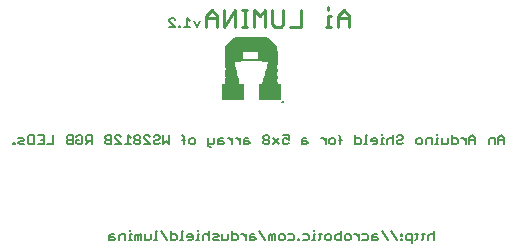
<source format=gbo>
G75*
%MOIN*%
%OFA0B0*%
%FSLAX24Y24*%
%IPPOS*%
%LPD*%
%AMOC8*
5,1,8,0,0,1.08239X$1,22.5*
%
%ADD10C,0.0100*%
%ADD11C,0.0050*%
%ADD12R,0.0674X0.0001*%
%ADD13R,0.0674X0.0001*%
%ADD14R,0.0687X0.0001*%
%ADD15R,0.0687X0.0001*%
%ADD16R,0.0695X0.0001*%
%ADD17R,0.0694X0.0001*%
%ADD18R,0.0701X0.0001*%
%ADD19R,0.0700X0.0001*%
%ADD20R,0.0705X0.0001*%
%ADD21R,0.0710X0.0001*%
%ADD22R,0.0709X0.0001*%
%ADD23R,0.0713X0.0001*%
%ADD24R,0.0717X0.0001*%
%ADD25R,0.0717X0.0001*%
%ADD26R,0.0720X0.0001*%
%ADD27R,0.0723X0.0001*%
%ADD28R,0.0726X0.0001*%
%ADD29R,0.0725X0.0001*%
%ADD30R,0.0729X0.0001*%
%ADD31R,0.0728X0.0001*%
%ADD32R,0.0731X0.0001*%
%ADD33R,0.0733X0.0001*%
%ADD34R,0.0735X0.0001*%
%ADD35R,0.0737X0.0001*%
%ADD36R,0.0737X0.0001*%
%ADD37R,0.0739X0.0001*%
%ADD38R,0.0741X0.0001*%
%ADD39R,0.0743X0.0001*%
%ADD40R,0.0745X0.0001*%
%ADD41R,0.0744X0.0001*%
%ADD42R,0.0746X0.0001*%
%ADD43R,0.0748X0.0001*%
%ADD44R,0.0747X0.0001*%
%ADD45R,0.0749X0.0001*%
%ADD46R,0.0751X0.0001*%
%ADD47R,0.0750X0.0001*%
%ADD48R,0.0753X0.0001*%
%ADD49R,0.0754X0.0001*%
%ADD50R,0.0755X0.0001*%
%ADD51R,0.0756X0.0001*%
%ADD52R,0.0757X0.0001*%
%ADD53R,0.0757X0.0001*%
%ADD54R,0.0758X0.0001*%
%ADD55R,0.0759X0.0001*%
%ADD56R,0.0761X0.0001*%
%ADD57R,0.0760X0.0001*%
%ADD58R,0.0762X0.0001*%
%ADD59R,0.0763X0.0001*%
%ADD60R,0.0764X0.0001*%
%ADD61R,0.0764X0.0001*%
%ADD62R,0.0765X0.0001*%
%ADD63R,0.0766X0.0001*%
%ADD64R,0.0752X0.0001*%
%ADD65R,0.0747X0.0001*%
%ADD66R,0.0742X0.0001*%
%ADD67R,0.0740X0.0001*%
%ADD68R,0.0738X0.0001*%
%ADD69R,0.0736X0.0001*%
%ADD70R,0.0734X0.0001*%
%ADD71R,0.0732X0.0001*%
%ADD72R,0.0727X0.0001*%
%ADD73R,0.0724X0.0001*%
%ADD74R,0.0721X0.0001*%
%ADD75R,0.0718X0.0001*%
%ADD76R,0.0714X0.0001*%
%ADD77R,0.0711X0.0001*%
%ADD78R,0.0730X0.0001*%
%ADD79R,0.0707X0.0001*%
%ADD80R,0.0702X0.0001*%
%ADD81R,0.0696X0.0001*%
%ADD82R,0.0690X0.0001*%
%ADD83R,0.0680X0.0001*%
%ADD84R,0.0516X0.0001*%
%ADD85R,0.0515X0.0001*%
%ADD86R,0.0514X0.0001*%
%ADD87R,0.0675X0.0001*%
%ADD88R,0.0479X0.0001*%
%ADD89R,0.0513X0.0001*%
%ADD90R,0.0478X0.0001*%
%ADD91R,0.0512X0.0001*%
%ADD92R,0.0511X0.0001*%
%ADD93R,0.0477X0.0001*%
%ADD94R,0.0510X0.0001*%
%ADD95R,0.0476X0.0001*%
%ADD96R,0.0509X0.0001*%
%ADD97R,0.0475X0.0001*%
%ADD98R,0.0508X0.0001*%
%ADD99R,0.0474X0.0001*%
%ADD100R,0.0507X0.0001*%
%ADD101R,0.0506X0.0001*%
%ADD102R,0.0473X0.0001*%
%ADD103R,0.0505X0.0001*%
%ADD104R,0.0472X0.0001*%
%ADD105R,0.0504X0.0001*%
%ADD106R,0.0471X0.0001*%
%ADD107R,0.0503X0.0001*%
%ADD108R,0.0470X0.0001*%
%ADD109R,0.0502X0.0001*%
%ADD110R,0.0469X0.0001*%
%ADD111R,0.0501X0.0001*%
%ADD112R,0.0500X0.0001*%
%ADD113R,0.0468X0.0001*%
%ADD114R,0.0499X0.0001*%
%ADD115R,0.0467X0.0001*%
%ADD116R,0.0498X0.0001*%
%ADD117R,0.0466X0.0001*%
%ADD118R,0.0497X0.0001*%
%ADD119R,0.0465X0.0001*%
%ADD120R,0.0496X0.0001*%
%ADD121R,0.0495X0.0001*%
%ADD122R,0.0464X0.0001*%
%ADD123R,0.0494X0.0001*%
%ADD124R,0.0463X0.0001*%
%ADD125R,0.0493X0.0001*%
%ADD126R,0.0462X0.0001*%
%ADD127R,0.0492X0.0001*%
%ADD128R,0.0461X0.0001*%
%ADD129R,0.0491X0.0001*%
%ADD130R,0.0490X0.0001*%
%ADD131R,0.0460X0.0001*%
%ADD132R,0.0489X0.0001*%
%ADD133R,0.0459X0.0001*%
%ADD134R,0.0488X0.0001*%
%ADD135R,0.0458X0.0001*%
%ADD136R,0.0487X0.0001*%
%ADD137R,0.0457X0.0001*%
%ADD138R,0.0486X0.0001*%
%ADD139R,0.0485X0.0001*%
%ADD140R,0.0456X0.0001*%
%ADD141R,0.0484X0.0001*%
%ADD142R,0.0455X0.0001*%
%ADD143R,0.0483X0.0001*%
%ADD144R,0.0454X0.0001*%
%ADD145R,0.0482X0.0001*%
%ADD146R,0.0453X0.0001*%
%ADD147R,0.0481X0.0001*%
%ADD148R,0.0452X0.0001*%
%ADD149R,0.0480X0.0001*%
%ADD150R,0.0451X0.0001*%
%ADD151R,0.0450X0.0001*%
%ADD152R,0.0449X0.0001*%
%ADD153R,0.0448X0.0001*%
%ADD154R,0.0447X0.0001*%
%ADD155R,0.0446X0.0001*%
%ADD156R,0.0445X0.0001*%
%ADD157R,0.0444X0.0001*%
%ADD158R,0.0443X0.0001*%
%ADD159R,0.0442X0.0001*%
%ADD160R,0.0441X0.0001*%
%ADD161R,0.0440X0.0001*%
%ADD162R,0.0439X0.0001*%
%ADD163R,0.0438X0.0001*%
%ADD164R,0.0437X0.0001*%
%ADD165R,0.0436X0.0001*%
%ADD166R,0.0435X0.0001*%
%ADD167R,0.0434X0.0001*%
%ADD168R,0.0433X0.0001*%
%ADD169R,0.0432X0.0001*%
%ADD170R,0.0431X0.0001*%
%ADD171R,0.0430X0.0001*%
%ADD172R,0.0429X0.0001*%
%ADD173R,0.0428X0.0001*%
%ADD174R,0.0427X0.0001*%
%ADD175R,0.0426X0.0001*%
%ADD176R,0.0425X0.0001*%
%ADD177R,0.0424X0.0001*%
%ADD178R,0.0423X0.0001*%
%ADD179R,0.0422X0.0001*%
%ADD180R,0.0421X0.0001*%
%ADD181R,0.0420X0.0001*%
%ADD182R,0.0419X0.0001*%
%ADD183R,0.0418X0.0001*%
%ADD184R,0.0417X0.0001*%
%ADD185R,0.0416X0.0001*%
%ADD186R,0.0415X0.0001*%
%ADD187R,0.0414X0.0001*%
%ADD188R,0.0413X0.0001*%
%ADD189R,0.0412X0.0001*%
%ADD190R,0.0411X0.0001*%
%ADD191R,0.0410X0.0001*%
%ADD192R,0.0409X0.0001*%
%ADD193R,0.0408X0.0001*%
%ADD194R,0.0407X0.0001*%
%ADD195R,0.0406X0.0001*%
%ADD196R,0.0405X0.0001*%
%ADD197R,0.0404X0.0001*%
%ADD198R,0.0403X0.0001*%
%ADD199R,0.0402X0.0001*%
%ADD200R,0.0401X0.0001*%
%ADD201R,0.0400X0.0001*%
%ADD202R,0.0399X0.0001*%
%ADD203R,0.0398X0.0001*%
%ADD204R,0.0397X0.0001*%
%ADD205R,0.0396X0.0001*%
%ADD206R,0.0395X0.0001*%
%ADD207R,0.0394X0.0001*%
%ADD208R,0.0393X0.0001*%
%ADD209R,0.0392X0.0001*%
%ADD210R,0.0391X0.0001*%
%ADD211R,0.0390X0.0001*%
%ADD212R,0.0389X0.0001*%
%ADD213R,0.0388X0.0001*%
%ADD214R,0.0387X0.0001*%
%ADD215R,0.0386X0.0001*%
%ADD216R,0.0385X0.0001*%
%ADD217R,0.0384X0.0001*%
%ADD218R,0.0383X0.0001*%
%ADD219R,0.0382X0.0001*%
%ADD220R,0.0381X0.0001*%
%ADD221R,0.0380X0.0001*%
%ADD222R,0.0379X0.0001*%
%ADD223R,0.0378X0.0001*%
%ADD224R,0.0377X0.0001*%
%ADD225R,0.0376X0.0001*%
%ADD226R,0.0375X0.0001*%
%ADD227R,0.0374X0.0001*%
%ADD228R,0.0373X0.0001*%
%ADD229R,0.0372X0.0001*%
%ADD230R,0.0371X0.0001*%
%ADD231R,0.0370X0.0001*%
%ADD232R,0.0369X0.0001*%
%ADD233R,0.0368X0.0001*%
%ADD234R,0.0367X0.0001*%
%ADD235R,0.0366X0.0001*%
%ADD236R,0.0365X0.0001*%
%ADD237R,0.0364X0.0001*%
%ADD238R,0.0363X0.0001*%
%ADD239R,0.0362X0.0001*%
%ADD240R,0.0361X0.0001*%
%ADD241R,0.0360X0.0001*%
%ADD242R,0.0359X0.0001*%
%ADD243R,0.0358X0.0001*%
%ADD244R,0.0357X0.0001*%
%ADD245R,0.0356X0.0001*%
%ADD246R,0.0355X0.0001*%
%ADD247R,0.0354X0.0001*%
%ADD248R,0.0353X0.0001*%
%ADD249R,0.0352X0.0001*%
%ADD250R,0.0351X0.0001*%
%ADD251R,0.0350X0.0001*%
%ADD252R,0.0349X0.0001*%
%ADD253R,0.0348X0.0001*%
%ADD254R,0.0347X0.0001*%
%ADD255R,0.0346X0.0001*%
%ADD256R,0.0345X0.0001*%
%ADD257R,0.0344X0.0001*%
%ADD258R,0.0343X0.0001*%
%ADD259R,0.0342X0.0001*%
%ADD260R,0.0341X0.0001*%
%ADD261R,0.0340X0.0001*%
%ADD262R,0.0339X0.0001*%
%ADD263R,0.0338X0.0001*%
%ADD264R,0.0337X0.0001*%
%ADD265R,0.0336X0.0001*%
%ADD266R,0.0335X0.0001*%
%ADD267R,0.0334X0.0001*%
%ADD268R,0.0333X0.0001*%
%ADD269R,0.0332X0.0001*%
%ADD270R,0.0331X0.0001*%
%ADD271R,0.0330X0.0001*%
%ADD272R,0.0329X0.0001*%
%ADD273R,0.0328X0.0001*%
%ADD274R,0.0327X0.0001*%
%ADD275R,0.0326X0.0001*%
%ADD276R,0.0325X0.0001*%
%ADD277R,0.0324X0.0001*%
%ADD278R,0.0323X0.0001*%
%ADD279R,0.0322X0.0001*%
%ADD280R,0.0321X0.0001*%
%ADD281R,0.0320X0.0001*%
%ADD282R,0.0319X0.0001*%
%ADD283R,0.0318X0.0001*%
%ADD284R,0.0317X0.0001*%
%ADD285R,0.0316X0.0001*%
%ADD286R,0.0315X0.0001*%
%ADD287R,0.0314X0.0001*%
%ADD288R,0.0313X0.0001*%
%ADD289R,0.0312X0.0001*%
%ADD290R,0.0311X0.0001*%
%ADD291R,0.0310X0.0001*%
%ADD292R,0.0309X0.0001*%
%ADD293R,0.0308X0.0001*%
%ADD294R,0.0307X0.0001*%
%ADD295R,0.0306X0.0001*%
%ADD296R,0.0305X0.0001*%
%ADD297R,0.0304X0.0001*%
%ADD298R,0.0303X0.0001*%
%ADD299R,0.0302X0.0001*%
%ADD300R,0.0301X0.0001*%
%ADD301R,0.0300X0.0001*%
%ADD302R,0.0299X0.0001*%
%ADD303R,0.0298X0.0001*%
%ADD304R,0.0297X0.0001*%
%ADD305R,0.0296X0.0001*%
%ADD306R,0.0519X0.0001*%
%ADD307R,0.1736X0.0001*%
%ADD308R,0.0643X0.0001*%
%ADD309R,0.0611X0.0001*%
%ADD310R,0.1735X0.0001*%
%ADD311R,0.1734X0.0001*%
%ADD312R,0.1733X0.0001*%
%ADD313R,0.1732X0.0001*%
%ADD314R,0.1731X0.0001*%
%ADD315R,0.1730X0.0001*%
%ADD316R,0.1729X0.0001*%
%ADD317R,0.1728X0.0001*%
%ADD318R,0.1727X0.0001*%
%ADD319R,0.1726X0.0001*%
%ADD320R,0.1725X0.0001*%
%ADD321R,0.1724X0.0001*%
%ADD322R,0.1723X0.0001*%
%ADD323R,0.1722X0.0001*%
%ADD324R,0.1720X0.0001*%
%ADD325R,0.1718X0.0001*%
%ADD326R,0.1716X0.0001*%
%ADD327R,0.1714X0.0001*%
%ADD328R,0.1712X0.0001*%
%ADD329R,0.1711X0.0001*%
%ADD330R,0.1710X0.0001*%
%ADD331R,0.1709X0.0001*%
%ADD332R,0.1708X0.0001*%
%ADD333R,0.1707X0.0001*%
%ADD334R,0.1706X0.0001*%
%ADD335R,0.1705X0.0001*%
%ADD336R,0.1704X0.0001*%
%ADD337R,0.1703X0.0001*%
%ADD338R,0.1702X0.0001*%
%ADD339R,0.1701X0.0001*%
%ADD340R,0.1700X0.0001*%
%ADD341R,0.1699X0.0001*%
%ADD342R,0.1698X0.0001*%
%ADD343R,0.1697X0.0001*%
%ADD344R,0.1696X0.0001*%
%ADD345R,0.1695X0.0001*%
%ADD346R,0.1694X0.0001*%
%ADD347R,0.1693X0.0001*%
%ADD348R,0.1692X0.0001*%
%ADD349R,0.1691X0.0001*%
%ADD350R,0.1690X0.0001*%
%ADD351R,0.1689X0.0001*%
%ADD352R,0.1687X0.0001*%
%ADD353R,0.1685X0.0001*%
%ADD354R,0.1682X0.0001*%
%ADD355R,0.1680X0.0001*%
%ADD356R,0.1678X0.0001*%
%ADD357R,0.1676X0.0001*%
%ADD358R,0.1674X0.0001*%
%ADD359R,0.1672X0.0001*%
%ADD360R,0.1670X0.0001*%
%ADD361R,0.1668X0.0001*%
%ADD362R,0.1666X0.0001*%
%ADD363R,0.1664X0.0001*%
%ADD364R,0.1662X0.0001*%
%ADD365R,0.1660X0.0001*%
%ADD366R,0.1658X0.0001*%
%ADD367R,0.1656X0.0001*%
%ADD368R,0.1654X0.0001*%
%ADD369R,0.1652X0.0001*%
%ADD370R,0.1650X0.0001*%
%ADD371R,0.1648X0.0001*%
%ADD372R,0.1646X0.0001*%
%ADD373R,0.1644X0.0001*%
%ADD374R,0.1642X0.0001*%
%ADD375R,0.1640X0.0001*%
%ADD376R,0.1638X0.0001*%
%ADD377R,0.1636X0.0001*%
%ADD378R,0.1634X0.0001*%
%ADD379R,0.1632X0.0001*%
%ADD380R,0.1630X0.0001*%
%ADD381R,0.1628X0.0001*%
%ADD382R,0.1626X0.0001*%
%ADD383R,0.1624X0.0001*%
%ADD384R,0.1622X0.0001*%
%ADD385R,0.1620X0.0001*%
%ADD386R,0.1617X0.0001*%
%ADD387R,0.1615X0.0001*%
%ADD388R,0.1613X0.0001*%
%ADD389R,0.1611X0.0001*%
%ADD390R,0.1609X0.0001*%
%ADD391R,0.1607X0.0001*%
%ADD392R,0.1605X0.0001*%
%ADD393R,0.1603X0.0001*%
%ADD394R,0.1601X0.0001*%
%ADD395R,0.1599X0.0001*%
%ADD396R,0.1597X0.0001*%
%ADD397R,0.1595X0.0001*%
%ADD398R,0.1593X0.0001*%
%ADD399R,0.1591X0.0001*%
%ADD400R,0.1589X0.0001*%
%ADD401R,0.1587X0.0001*%
%ADD402R,0.1585X0.0001*%
%ADD403R,0.1582X0.0001*%
%ADD404R,0.1580X0.0001*%
%ADD405R,0.1578X0.0001*%
%ADD406R,0.1576X0.0001*%
%ADD407R,0.1574X0.0001*%
%ADD408R,0.1572X0.0001*%
%ADD409R,0.1570X0.0001*%
%ADD410R,0.1568X0.0001*%
%ADD411R,0.1566X0.0001*%
%ADD412R,0.1564X0.0001*%
%ADD413R,0.1562X0.0001*%
%ADD414R,0.1560X0.0001*%
%ADD415R,0.1558X0.0001*%
%ADD416R,0.1556X0.0001*%
%ADD417R,0.1554X0.0001*%
%ADD418R,0.1552X0.0001*%
%ADD419R,0.1550X0.0001*%
%ADD420R,0.1548X0.0001*%
%ADD421R,0.1546X0.0001*%
%ADD422R,0.1544X0.0001*%
%ADD423R,0.1542X0.0001*%
%ADD424R,0.1540X0.0001*%
%ADD425R,0.1538X0.0001*%
%ADD426R,0.1536X0.0001*%
%ADD427R,0.1534X0.0001*%
%ADD428R,0.1532X0.0001*%
%ADD429R,0.1530X0.0001*%
%ADD430R,0.1528X0.0001*%
%ADD431R,0.1526X0.0001*%
%ADD432R,0.1524X0.0001*%
%ADD433R,0.1522X0.0001*%
%ADD434R,0.1520X0.0001*%
%ADD435R,0.1517X0.0001*%
%ADD436R,0.1515X0.0001*%
%ADD437R,0.1513X0.0001*%
%ADD438R,0.1511X0.0001*%
%ADD439R,0.1509X0.0001*%
%ADD440R,0.1507X0.0001*%
%ADD441R,0.1505X0.0001*%
%ADD442R,0.1503X0.0001*%
%ADD443R,0.1501X0.0001*%
%ADD444R,0.1499X0.0001*%
%ADD445R,0.1497X0.0001*%
%ADD446R,0.1495X0.0001*%
%ADD447R,0.1493X0.0001*%
%ADD448R,0.1491X0.0001*%
%ADD449R,0.1489X0.0001*%
%ADD450R,0.1487X0.0001*%
%ADD451R,0.1485X0.0001*%
%ADD452R,0.1482X0.0001*%
%ADD453R,0.1480X0.0001*%
%ADD454R,0.1478X0.0001*%
%ADD455R,0.1476X0.0001*%
%ADD456R,0.1474X0.0001*%
%ADD457R,0.1472X0.0001*%
%ADD458R,0.1470X0.0001*%
%ADD459R,0.1468X0.0001*%
%ADD460R,0.1466X0.0001*%
%ADD461R,0.1464X0.0001*%
%ADD462R,0.1462X0.0001*%
%ADD463R,0.1460X0.0001*%
%ADD464R,0.1458X0.0001*%
%ADD465R,0.1456X0.0001*%
%ADD466R,0.1454X0.0001*%
%ADD467R,0.1452X0.0001*%
%ADD468R,0.1450X0.0001*%
%ADD469R,0.1448X0.0001*%
%ADD470R,0.1446X0.0001*%
%ADD471R,0.1444X0.0001*%
%ADD472R,0.1442X0.0001*%
%ADD473R,0.1440X0.0001*%
%ADD474R,0.1438X0.0001*%
%ADD475R,0.1436X0.0001*%
%ADD476R,0.1434X0.0001*%
%ADD477R,0.1432X0.0001*%
%ADD478R,0.1430X0.0001*%
%ADD479R,0.1428X0.0001*%
%ADD480R,0.1426X0.0001*%
%ADD481R,0.1424X0.0001*%
%ADD482R,0.1422X0.0001*%
%ADD483R,0.1420X0.0001*%
%ADD484R,0.1418X0.0001*%
%ADD485R,0.1415X0.0001*%
%ADD486R,0.1413X0.0001*%
%ADD487R,0.1411X0.0001*%
%ADD488R,0.1409X0.0001*%
%ADD489R,0.1407X0.0001*%
%ADD490R,0.1405X0.0001*%
%ADD491R,0.1403X0.0001*%
%ADD492R,0.1401X0.0001*%
%ADD493R,0.1399X0.0001*%
%ADD494R,0.1397X0.0001*%
%ADD495R,0.1395X0.0001*%
%ADD496R,0.1393X0.0001*%
%ADD497R,0.1391X0.0001*%
%ADD498R,0.1389X0.0001*%
%ADD499R,0.1387X0.0001*%
%ADD500R,0.1384X0.0001*%
%ADD501R,0.1382X0.0001*%
%ADD502R,0.1380X0.0001*%
%ADD503R,0.1378X0.0001*%
%ADD504R,0.1376X0.0001*%
%ADD505R,0.1374X0.0001*%
%ADD506R,0.1372X0.0001*%
%ADD507R,0.1370X0.0001*%
%ADD508R,0.1368X0.0001*%
%ADD509R,0.1366X0.0001*%
%ADD510R,0.1364X0.0001*%
%ADD511R,0.1362X0.0001*%
%ADD512R,0.1360X0.0001*%
%ADD513R,0.1358X0.0001*%
%ADD514R,0.1356X0.0001*%
%ADD515R,0.1354X0.0001*%
%ADD516R,0.1352X0.0001*%
%ADD517R,0.1350X0.0001*%
%ADD518R,0.1348X0.0001*%
%ADD519R,0.1346X0.0001*%
%ADD520R,0.1344X0.0001*%
%ADD521R,0.1342X0.0001*%
%ADD522R,0.1340X0.0001*%
%ADD523R,0.1338X0.0001*%
%ADD524R,0.1336X0.0001*%
%ADD525R,0.1334X0.0001*%
%ADD526R,0.1332X0.0001*%
%ADD527R,0.1330X0.0001*%
%ADD528R,0.1328X0.0001*%
%ADD529R,0.1326X0.0001*%
%ADD530R,0.1324X0.0001*%
%ADD531R,0.1322X0.0001*%
%ADD532R,0.1320X0.0001*%
%ADD533R,0.1318X0.0001*%
%ADD534R,0.1315X0.0001*%
%ADD535R,0.1313X0.0001*%
%ADD536R,0.1311X0.0001*%
%ADD537R,0.1309X0.0001*%
%ADD538R,0.1307X0.0001*%
%ADD539R,0.1305X0.0001*%
%ADD540R,0.1303X0.0001*%
%ADD541R,0.1301X0.0001*%
%ADD542R,0.1299X0.0001*%
%ADD543R,0.1297X0.0001*%
%ADD544R,0.1295X0.0001*%
%ADD545R,0.1293X0.0001*%
%ADD546R,0.1291X0.0001*%
%ADD547R,0.1289X0.0001*%
%ADD548R,0.1287X0.0001*%
%ADD549R,0.1284X0.0001*%
%ADD550R,0.1282X0.0001*%
%ADD551R,0.1280X0.0001*%
%ADD552R,0.1278X0.0001*%
%ADD553R,0.1276X0.0001*%
%ADD554R,0.1274X0.0001*%
%ADD555R,0.1272X0.0001*%
%ADD556R,0.1270X0.0001*%
%ADD557R,0.1268X0.0001*%
%ADD558R,0.1266X0.0001*%
%ADD559R,0.1264X0.0001*%
%ADD560R,0.1262X0.0001*%
%ADD561R,0.1260X0.0001*%
%ADD562R,0.1258X0.0001*%
%ADD563R,0.1256X0.0001*%
%ADD564R,0.1254X0.0001*%
%ADD565R,0.1252X0.0001*%
%ADD566R,0.1250X0.0001*%
%ADD567R,0.1248X0.0001*%
%ADD568R,0.1246X0.0001*%
%ADD569R,0.1244X0.0001*%
%ADD570R,0.1242X0.0001*%
%ADD571R,0.1240X0.0001*%
%ADD572R,0.1238X0.0001*%
%ADD573R,0.1236X0.0001*%
%ADD574R,0.1234X0.0001*%
%ADD575R,0.1232X0.0001*%
%ADD576R,0.1230X0.0001*%
%ADD577R,0.1228X0.0001*%
%ADD578R,0.1226X0.0001*%
%ADD579R,0.1224X0.0001*%
%ADD580R,0.1222X0.0001*%
%ADD581R,0.1220X0.0001*%
%ADD582R,0.1218X0.0001*%
%ADD583R,0.1215X0.0001*%
%ADD584R,0.1213X0.0001*%
%ADD585R,0.1211X0.0001*%
%ADD586R,0.1209X0.0001*%
%ADD587R,0.1207X0.0001*%
%ADD588R,0.1205X0.0001*%
%ADD589R,0.1203X0.0001*%
%ADD590R,0.1201X0.0001*%
%ADD591R,0.1199X0.0001*%
%ADD592R,0.1197X0.0001*%
%ADD593R,0.1195X0.0001*%
%ADD594R,0.1193X0.0001*%
%ADD595R,0.1191X0.0001*%
%ADD596R,0.1189X0.0001*%
%ADD597R,0.1187X0.0001*%
%ADD598R,0.1184X0.0001*%
%ADD599R,0.1182X0.0001*%
%ADD600R,0.1180X0.0001*%
%ADD601R,0.1178X0.0001*%
%ADD602R,0.1176X0.0001*%
%ADD603R,0.1174X0.0001*%
%ADD604R,0.1172X0.0001*%
%ADD605R,0.1170X0.0001*%
%ADD606R,0.1168X0.0001*%
%ADD607R,0.1166X0.0001*%
%ADD608R,0.1164X0.0001*%
%ADD609R,0.1162X0.0001*%
%ADD610R,0.1160X0.0001*%
%ADD611R,0.1158X0.0001*%
%ADD612R,0.1156X0.0001*%
%ADD613R,0.1154X0.0001*%
%ADD614R,0.1152X0.0001*%
%ADD615R,0.1150X0.0001*%
%ADD616R,0.1148X0.0001*%
%ADD617R,0.1146X0.0001*%
%ADD618R,0.1142X0.0001*%
%ADD619R,0.1136X0.0001*%
%ADD620R,0.1131X0.0001*%
%ADD621R,0.1126X0.0001*%
%ADD622R,0.1120X0.0001*%
%ADD623R,0.1114X0.0001*%
%ADD624R,0.1108X0.0001*%
%ADD625R,0.1102X0.0001*%
%ADD626R,0.1095X0.0001*%
%ADD627R,0.1089X0.0001*%
%ADD628R,0.1083X0.0001*%
%ADD629R,0.1075X0.0001*%
%ADD630R,0.1067X0.0001*%
%ADD631R,0.1060X0.0001*%
%ADD632R,0.1052X0.0001*%
%ADD633R,0.1044X0.0001*%
%ADD634R,0.1036X0.0001*%
%ADD635R,0.1026X0.0001*%
%ADD636R,0.1016X0.0001*%
%ADD637R,0.1005X0.0001*%
%ADD638R,0.0993X0.0001*%
%ADD639R,0.0977X0.0001*%
%ADD640R,0.0954X0.0001*%
%ADD641C,0.0000*%
D10*
X015434Y012600D02*
X015434Y012967D01*
X015617Y013150D01*
X015801Y012967D01*
X015801Y012600D01*
X016032Y012600D02*
X016032Y013150D01*
X015801Y012875D02*
X015434Y012875D01*
X016032Y012600D02*
X016399Y013150D01*
X016399Y012600D01*
X016615Y012600D02*
X016798Y012600D01*
X016707Y012600D02*
X016707Y013150D01*
X016798Y013150D02*
X016615Y013150D01*
X017030Y013150D02*
X017030Y012600D01*
X017397Y012600D02*
X017397Y013150D01*
X017213Y012967D01*
X017030Y013150D01*
X017628Y013150D02*
X017628Y012692D01*
X017720Y012600D01*
X017904Y012600D01*
X017995Y012692D01*
X017995Y013150D01*
X018227Y012600D02*
X018594Y012600D01*
X018594Y013150D01*
X019408Y012600D02*
X019591Y012600D01*
X019500Y012600D02*
X019500Y012967D01*
X019591Y012967D01*
X019500Y013150D02*
X019500Y013242D01*
X019823Y012967D02*
X020006Y013150D01*
X020190Y012967D01*
X020190Y012600D01*
X020190Y012875D02*
X019823Y012875D01*
X019823Y012967D02*
X019823Y012600D01*
D11*
X009039Y008675D02*
X008988Y008675D01*
X008988Y008725D01*
X009039Y008725D01*
X009039Y008675D01*
X009161Y008725D02*
X009211Y008775D01*
X009311Y008775D01*
X009361Y008825D01*
X009311Y008875D01*
X009161Y008875D01*
X009161Y008725D02*
X009211Y008675D01*
X009361Y008675D01*
X009483Y008725D02*
X009483Y008925D01*
X009533Y008975D01*
X009683Y008975D01*
X009683Y008675D01*
X009533Y008675D01*
X009483Y008725D01*
X009805Y008675D02*
X010005Y008675D01*
X010005Y008975D01*
X009805Y008975D01*
X009905Y008825D02*
X010005Y008825D01*
X010127Y008675D02*
X010328Y008675D01*
X010328Y008975D01*
X010772Y008925D02*
X010772Y008875D01*
X010822Y008825D01*
X010972Y008825D01*
X011094Y008825D02*
X011194Y008825D01*
X011094Y008825D02*
X011094Y008725D01*
X011144Y008675D01*
X011244Y008675D01*
X011294Y008725D01*
X011294Y008925D01*
X011244Y008975D01*
X011144Y008975D01*
X011094Y008925D01*
X010972Y008975D02*
X010822Y008975D01*
X010772Y008925D01*
X010822Y008825D02*
X010772Y008775D01*
X010772Y008725D01*
X010822Y008675D01*
X010972Y008675D01*
X010972Y008975D01*
X011417Y008925D02*
X011417Y008825D01*
X011467Y008775D01*
X011617Y008775D01*
X011617Y008675D02*
X011617Y008975D01*
X011467Y008975D01*
X011417Y008925D01*
X011517Y008775D02*
X011417Y008675D01*
X012061Y008725D02*
X012111Y008675D01*
X012261Y008675D01*
X012261Y008975D01*
X012111Y008975D01*
X012061Y008925D01*
X012061Y008875D01*
X012111Y008825D01*
X012261Y008825D01*
X012383Y008875D02*
X012383Y008925D01*
X012433Y008975D01*
X012534Y008975D01*
X012584Y008925D01*
X012383Y008875D02*
X012584Y008675D01*
X012383Y008675D01*
X012111Y008825D02*
X012061Y008775D01*
X012061Y008725D01*
X012706Y008675D02*
X012906Y008675D01*
X012806Y008675D02*
X012806Y008975D01*
X012906Y008875D01*
X013028Y008875D02*
X013078Y008825D01*
X013178Y008825D01*
X013228Y008875D01*
X013228Y008925D01*
X013178Y008975D01*
X013078Y008975D01*
X013028Y008925D01*
X013028Y008875D01*
X013078Y008825D02*
X013028Y008775D01*
X013028Y008725D01*
X013078Y008675D01*
X013178Y008675D01*
X013228Y008725D01*
X013228Y008775D01*
X013178Y008825D01*
X013350Y008875D02*
X013350Y008925D01*
X013400Y008975D01*
X013500Y008975D01*
X013550Y008925D01*
X013672Y008925D02*
X013723Y008975D01*
X013823Y008975D01*
X013873Y008925D01*
X013873Y008875D01*
X013823Y008825D01*
X013723Y008825D01*
X013672Y008775D01*
X013672Y008725D01*
X013723Y008675D01*
X013823Y008675D01*
X013873Y008725D01*
X013995Y008675D02*
X013995Y008975D01*
X014195Y008975D02*
X014195Y008675D01*
X014095Y008775D01*
X013995Y008675D01*
X013550Y008675D02*
X013350Y008875D01*
X013350Y008675D02*
X013550Y008675D01*
X014632Y008825D02*
X014732Y008825D01*
X014682Y008925D02*
X014682Y008675D01*
X014854Y008725D02*
X014854Y008825D01*
X014904Y008875D01*
X015004Y008875D01*
X015054Y008825D01*
X015054Y008725D01*
X015004Y008675D01*
X014904Y008675D01*
X014854Y008725D01*
X014682Y008925D02*
X014632Y008975D01*
X015499Y008875D02*
X015499Y008625D01*
X015549Y008575D01*
X015599Y008575D01*
X015649Y008675D02*
X015499Y008675D01*
X015649Y008675D02*
X015699Y008725D01*
X015699Y008875D01*
X015821Y008825D02*
X015821Y008675D01*
X015971Y008675D01*
X016021Y008725D01*
X015971Y008775D01*
X015821Y008775D01*
X015821Y008825D02*
X015871Y008875D01*
X015971Y008875D01*
X016140Y008875D02*
X016190Y008875D01*
X016290Y008775D01*
X016290Y008675D02*
X016290Y008875D01*
X016408Y008875D02*
X016458Y008875D01*
X016558Y008775D01*
X016558Y008675D02*
X016558Y008875D01*
X016680Y008825D02*
X016680Y008675D01*
X016831Y008675D01*
X016881Y008725D01*
X016831Y008775D01*
X016680Y008775D01*
X016680Y008825D02*
X016730Y008875D01*
X016831Y008875D01*
X017325Y008875D02*
X017325Y008925D01*
X017375Y008975D01*
X017475Y008975D01*
X017525Y008925D01*
X017525Y008875D01*
X017475Y008825D01*
X017375Y008825D01*
X017325Y008775D01*
X017325Y008725D01*
X017375Y008675D01*
X017475Y008675D01*
X017525Y008725D01*
X017525Y008775D01*
X017475Y008825D01*
X017375Y008825D02*
X017325Y008875D01*
X017647Y008875D02*
X017847Y008675D01*
X017969Y008725D02*
X018020Y008675D01*
X018120Y008675D01*
X018170Y008725D01*
X018170Y008825D02*
X018070Y008875D01*
X018020Y008875D01*
X017969Y008825D01*
X017969Y008725D01*
X017847Y008875D02*
X017647Y008675D01*
X017969Y008975D02*
X018170Y008975D01*
X018170Y008825D01*
X018614Y008825D02*
X018614Y008675D01*
X018764Y008675D01*
X018814Y008725D01*
X018764Y008775D01*
X018614Y008775D01*
X018614Y008825D02*
X018664Y008875D01*
X018764Y008875D01*
X019255Y008875D02*
X019305Y008875D01*
X019405Y008775D01*
X019405Y008675D02*
X019405Y008875D01*
X019527Y008825D02*
X019577Y008875D01*
X019677Y008875D01*
X019727Y008825D01*
X019727Y008725D01*
X019677Y008675D01*
X019577Y008675D01*
X019527Y008725D01*
X019527Y008825D01*
X019842Y008825D02*
X019942Y008825D01*
X019892Y008925D02*
X019892Y008675D01*
X019892Y008925D02*
X019842Y008975D01*
X020387Y008975D02*
X020387Y008675D01*
X020537Y008675D01*
X020587Y008725D01*
X020587Y008825D01*
X020537Y008875D01*
X020387Y008875D01*
X020701Y008675D02*
X020802Y008675D01*
X020752Y008675D02*
X020752Y008975D01*
X020802Y008975D01*
X020924Y008825D02*
X020924Y008775D01*
X021124Y008775D01*
X021124Y008725D02*
X021124Y008825D01*
X021074Y008875D01*
X020974Y008875D01*
X020924Y008825D01*
X020974Y008675D02*
X021074Y008675D01*
X021124Y008725D01*
X021239Y008675D02*
X021339Y008675D01*
X021289Y008675D02*
X021289Y008875D01*
X021339Y008875D01*
X021289Y008975D02*
X021289Y009025D01*
X021461Y008825D02*
X021461Y008675D01*
X021461Y008825D02*
X021511Y008875D01*
X021611Y008875D01*
X021661Y008825D01*
X021783Y008775D02*
X021783Y008725D01*
X021833Y008675D01*
X021933Y008675D01*
X021983Y008725D01*
X021933Y008825D02*
X021833Y008825D01*
X021783Y008775D01*
X021783Y008925D02*
X021833Y008975D01*
X021933Y008975D01*
X021983Y008925D01*
X021983Y008875D01*
X021933Y008825D01*
X021661Y008975D02*
X021661Y008675D01*
X022428Y008725D02*
X022428Y008825D01*
X022478Y008875D01*
X022578Y008875D01*
X022628Y008825D01*
X022628Y008725D01*
X022578Y008675D01*
X022478Y008675D01*
X022428Y008725D01*
X022750Y008675D02*
X022750Y008825D01*
X022800Y008875D01*
X022950Y008875D01*
X022950Y008675D01*
X023065Y008675D02*
X023165Y008675D01*
X023115Y008675D02*
X023115Y008875D01*
X023165Y008875D01*
X023115Y008975D02*
X023115Y009025D01*
X023287Y008875D02*
X023287Y008675D01*
X023437Y008675D01*
X023487Y008725D01*
X023487Y008875D01*
X023609Y008875D02*
X023759Y008875D01*
X023809Y008825D01*
X023809Y008725D01*
X023759Y008675D01*
X023609Y008675D01*
X023609Y008975D01*
X023928Y008875D02*
X023978Y008875D01*
X024078Y008775D01*
X024078Y008675D02*
X024078Y008875D01*
X024200Y008875D02*
X024200Y008675D01*
X024200Y008825D02*
X024400Y008825D01*
X024400Y008875D02*
X024300Y008975D01*
X024200Y008875D01*
X024400Y008875D02*
X024400Y008675D01*
X024845Y008675D02*
X024845Y008825D01*
X024895Y008875D01*
X025045Y008875D01*
X025045Y008675D01*
X025167Y008675D02*
X025167Y008875D01*
X025267Y008975D01*
X025367Y008875D01*
X025367Y008675D01*
X025367Y008825D02*
X025167Y008825D01*
X023035Y005775D02*
X023035Y005475D01*
X023035Y005625D02*
X022985Y005675D01*
X022885Y005675D01*
X022835Y005625D01*
X022835Y005475D01*
X022662Y005525D02*
X022662Y005725D01*
X022712Y005675D02*
X022612Y005675D01*
X022498Y005675D02*
X022398Y005675D01*
X022448Y005725D02*
X022448Y005525D01*
X022398Y005475D01*
X022283Y005475D02*
X022133Y005475D01*
X022083Y005525D01*
X022083Y005625D01*
X022133Y005675D01*
X022283Y005675D01*
X022283Y005375D01*
X021960Y005475D02*
X021960Y005525D01*
X021910Y005525D01*
X021910Y005475D01*
X021960Y005475D01*
X021960Y005625D02*
X021960Y005675D01*
X021910Y005675D01*
X021910Y005625D01*
X021960Y005625D01*
X021799Y005475D02*
X021599Y005775D01*
X021277Y005775D02*
X021477Y005475D01*
X021155Y005525D02*
X021105Y005575D01*
X020955Y005575D01*
X020955Y005625D02*
X020955Y005475D01*
X021105Y005475D01*
X021155Y005525D01*
X021105Y005675D02*
X021005Y005675D01*
X020955Y005625D01*
X020833Y005625D02*
X020833Y005525D01*
X020782Y005475D01*
X020632Y005475D01*
X020510Y005475D02*
X020510Y005675D01*
X020410Y005675D02*
X020360Y005675D01*
X020410Y005675D02*
X020510Y005575D01*
X020632Y005675D02*
X020782Y005675D01*
X020833Y005625D01*
X020242Y005625D02*
X020242Y005525D01*
X020192Y005475D01*
X020092Y005475D01*
X020042Y005525D01*
X020042Y005625D01*
X020092Y005675D01*
X020192Y005675D01*
X020242Y005625D01*
X019919Y005675D02*
X019769Y005675D01*
X019719Y005625D01*
X019719Y005525D01*
X019769Y005475D01*
X019919Y005475D01*
X019919Y005775D01*
X019597Y005625D02*
X019597Y005525D01*
X019547Y005475D01*
X019447Y005475D01*
X019397Y005525D01*
X019397Y005625D01*
X019447Y005675D01*
X019547Y005675D01*
X019597Y005625D01*
X019275Y005675D02*
X019175Y005675D01*
X019225Y005725D02*
X019225Y005525D01*
X019175Y005475D01*
X019060Y005475D02*
X018960Y005475D01*
X019010Y005475D02*
X019010Y005675D01*
X019060Y005675D01*
X019010Y005775D02*
X019010Y005825D01*
X018845Y005625D02*
X018845Y005525D01*
X018795Y005475D01*
X018645Y005475D01*
X018523Y005475D02*
X018473Y005475D01*
X018473Y005525D01*
X018523Y005525D01*
X018523Y005475D01*
X018362Y005525D02*
X018312Y005475D01*
X018162Y005475D01*
X018039Y005525D02*
X017989Y005475D01*
X017889Y005475D01*
X017839Y005525D01*
X017839Y005625D01*
X017889Y005675D01*
X017989Y005675D01*
X018039Y005625D01*
X018039Y005525D01*
X018162Y005675D02*
X018312Y005675D01*
X018362Y005625D01*
X018362Y005525D01*
X018645Y005675D02*
X018795Y005675D01*
X018845Y005625D01*
X017717Y005675D02*
X017717Y005475D01*
X017617Y005475D02*
X017617Y005625D01*
X017567Y005675D01*
X017517Y005625D01*
X017517Y005475D01*
X017395Y005475D02*
X017195Y005775D01*
X017023Y005675D02*
X016923Y005675D01*
X016872Y005625D01*
X016872Y005475D01*
X017023Y005475D01*
X017073Y005525D01*
X017023Y005575D01*
X016872Y005575D01*
X016750Y005575D02*
X016650Y005675D01*
X016600Y005675D01*
X016482Y005625D02*
X016432Y005675D01*
X016282Y005675D01*
X016282Y005775D02*
X016282Y005475D01*
X016432Y005475D01*
X016482Y005525D01*
X016482Y005625D01*
X016750Y005675D02*
X016750Y005475D01*
X016160Y005525D02*
X016109Y005475D01*
X015959Y005475D01*
X015959Y005675D01*
X015837Y005625D02*
X015787Y005575D01*
X015687Y005575D01*
X015637Y005525D01*
X015687Y005475D01*
X015837Y005475D01*
X015837Y005625D02*
X015787Y005675D01*
X015637Y005675D01*
X015515Y005625D02*
X015465Y005675D01*
X015365Y005675D01*
X015315Y005625D01*
X015315Y005475D01*
X015193Y005475D02*
X015093Y005475D01*
X015143Y005475D02*
X015143Y005675D01*
X015193Y005675D01*
X015143Y005775D02*
X015143Y005825D01*
X014978Y005625D02*
X014928Y005675D01*
X014828Y005675D01*
X014778Y005625D01*
X014778Y005575D01*
X014978Y005575D01*
X014978Y005525D02*
X014978Y005625D01*
X014978Y005525D02*
X014928Y005475D01*
X014828Y005475D01*
X014656Y005475D02*
X014555Y005475D01*
X014606Y005475D02*
X014606Y005775D01*
X014656Y005775D01*
X014441Y005625D02*
X014391Y005675D01*
X014241Y005675D01*
X014241Y005775D02*
X014241Y005475D01*
X014391Y005475D01*
X014441Y005525D01*
X014441Y005625D01*
X014118Y005475D02*
X013918Y005775D01*
X013796Y005775D02*
X013746Y005775D01*
X013746Y005475D01*
X013796Y005475D02*
X013696Y005475D01*
X013581Y005525D02*
X013581Y005675D01*
X013581Y005525D02*
X013531Y005475D01*
X013381Y005475D01*
X013381Y005675D01*
X013259Y005675D02*
X013259Y005475D01*
X013159Y005475D02*
X013159Y005625D01*
X013109Y005675D01*
X013059Y005625D01*
X013059Y005475D01*
X012937Y005475D02*
X012837Y005475D01*
X012887Y005475D02*
X012887Y005675D01*
X012937Y005675D01*
X012887Y005775D02*
X012887Y005825D01*
X012722Y005675D02*
X012722Y005475D01*
X012722Y005675D02*
X012572Y005675D01*
X012522Y005625D01*
X012522Y005475D01*
X012400Y005525D02*
X012350Y005575D01*
X012199Y005575D01*
X012199Y005625D02*
X012199Y005475D01*
X012350Y005475D01*
X012400Y005525D01*
X012350Y005675D02*
X012250Y005675D01*
X012199Y005625D01*
X013159Y005625D02*
X013209Y005675D01*
X013259Y005675D01*
X015515Y005775D02*
X015515Y005475D01*
X016160Y005525D02*
X016160Y005675D01*
X017617Y005625D02*
X017667Y005675D01*
X017717Y005675D01*
X022612Y005475D02*
X022662Y005525D01*
X015105Y012575D02*
X015005Y012775D01*
X014883Y012775D02*
X014783Y012875D01*
X014783Y012575D01*
X014883Y012575D02*
X014683Y012575D01*
X014561Y012575D02*
X014511Y012575D01*
X014511Y012625D01*
X014561Y012625D01*
X014561Y012575D01*
X014400Y012575D02*
X014199Y012775D01*
X014199Y012825D01*
X014250Y012875D01*
X014350Y012875D01*
X014400Y012825D01*
X014400Y012575D02*
X014199Y012575D01*
X015105Y012575D02*
X015205Y012775D01*
D12*
X017542Y010155D03*
D13*
X016308Y010155D03*
D14*
X017541Y010156D03*
D15*
X016308Y010156D03*
X016308Y010660D03*
D16*
X017541Y010157D03*
D17*
X016308Y010157D03*
X016308Y010659D03*
D18*
X017541Y010158D03*
D19*
X016308Y010158D03*
X016308Y010658D03*
D20*
X016308Y010657D03*
X016308Y010159D03*
X017541Y010159D03*
D21*
X017542Y010160D03*
D22*
X016308Y010160D03*
X016308Y010656D03*
D23*
X016308Y010655D03*
X016308Y010161D03*
X017541Y010161D03*
D24*
X017541Y010162D03*
D25*
X016308Y010162D03*
X016308Y010654D03*
D26*
X016308Y010653D03*
X016308Y010163D03*
X017542Y010163D03*
D27*
X017541Y010164D03*
X016308Y010164D03*
X016308Y010652D03*
D28*
X016308Y010651D03*
X017542Y010165D03*
D29*
X016308Y010165D03*
D30*
X017541Y010166D03*
X017541Y010643D03*
D31*
X016308Y010650D03*
X016308Y010166D03*
D32*
X016308Y010167D03*
X017541Y010167D03*
D33*
X017541Y010168D03*
X016308Y010168D03*
X016308Y010648D03*
D34*
X016308Y010647D03*
X016308Y010169D03*
X017541Y010169D03*
D35*
X017541Y010170D03*
D36*
X016308Y010170D03*
X016308Y010646D03*
D37*
X016308Y010645D03*
X016308Y010171D03*
X017541Y010171D03*
D38*
X017541Y010172D03*
X016308Y010172D03*
X016308Y010644D03*
D39*
X016308Y010173D03*
X017541Y010173D03*
X017541Y010636D03*
D40*
X017541Y010635D03*
X017541Y010174D03*
D41*
X016308Y010174D03*
X016308Y010642D03*
D42*
X016308Y010641D03*
X016308Y010175D03*
X017542Y010175D03*
D43*
X017542Y010176D03*
X017542Y010633D03*
D44*
X016308Y010640D03*
X016308Y010176D03*
D45*
X016308Y010177D03*
X016308Y010639D03*
X017541Y010632D03*
X017541Y010177D03*
D46*
X017541Y010178D03*
X017541Y010179D03*
X017541Y010631D03*
X016308Y010637D03*
X016308Y010179D03*
D47*
X016308Y010178D03*
X016308Y010638D03*
D48*
X016308Y010635D03*
X016308Y010181D03*
X016308Y010180D03*
X017541Y010180D03*
X017541Y010629D03*
D49*
X017542Y010628D03*
X017542Y010181D03*
D50*
X017541Y010182D03*
X017541Y010627D03*
X016308Y010634D03*
X016308Y010182D03*
D51*
X016308Y010183D03*
X016308Y010633D03*
X017542Y010626D03*
X017542Y010183D03*
D52*
X017541Y010184D03*
X017541Y010625D03*
D53*
X016308Y010631D03*
X016308Y010632D03*
X016308Y010185D03*
X016308Y010184D03*
D54*
X017542Y010185D03*
X017542Y010624D03*
D55*
X017541Y010623D03*
X017541Y010187D03*
X017541Y010186D03*
X016308Y010187D03*
X016308Y010186D03*
X016308Y010629D03*
X016308Y010630D03*
D56*
X016308Y010627D03*
X016308Y010626D03*
X016308Y010190D03*
X016308Y010189D03*
X017541Y010190D03*
X017541Y010189D03*
X017541Y010188D03*
X017541Y010620D03*
X017541Y010621D03*
D57*
X017542Y010622D03*
X016308Y010628D03*
X016308Y010188D03*
D58*
X016308Y010191D03*
X016308Y010625D03*
X017542Y010619D03*
X017542Y010191D03*
D59*
X017541Y010192D03*
X017541Y010193D03*
X017541Y010616D03*
X017541Y010617D03*
X017541Y010618D03*
X016308Y010622D03*
X016308Y010623D03*
X016308Y010624D03*
X016308Y010194D03*
X016308Y010193D03*
X016308Y010192D03*
D60*
X017542Y010194D03*
X017542Y010195D03*
X017542Y010615D03*
D61*
X016308Y010621D03*
X016308Y010195D03*
D62*
X016308Y010196D03*
X016308Y010197D03*
X016308Y010198D03*
X016308Y010199D03*
X016308Y010200D03*
X016308Y010616D03*
X016308Y010617D03*
X016308Y010618D03*
X016308Y010619D03*
X016308Y010620D03*
X017541Y010614D03*
X017541Y010613D03*
X017541Y010612D03*
X017541Y010611D03*
X017541Y010610D03*
X017541Y010199D03*
X017541Y010198D03*
X017541Y010197D03*
X017541Y010196D03*
D63*
X017542Y010200D03*
X017542Y010201D03*
X017542Y010202D03*
X017542Y010203D03*
X017542Y010204D03*
X017542Y010205D03*
X017542Y010206D03*
X017542Y010207D03*
X017542Y010208D03*
X017542Y010209D03*
X017542Y010210D03*
X017542Y010211D03*
X017542Y010212D03*
X017542Y010213D03*
X017542Y010214D03*
X017542Y010215D03*
X017542Y010216D03*
X017542Y010217D03*
X017542Y010218D03*
X017542Y010219D03*
X017542Y010220D03*
X017542Y010221D03*
X017542Y010222D03*
X017542Y010223D03*
X017542Y010224D03*
X017542Y010225D03*
X017542Y010226D03*
X017542Y010227D03*
X017542Y010228D03*
X017542Y010229D03*
X017542Y010230D03*
X017542Y010231D03*
X017542Y010232D03*
X017542Y010233D03*
X017542Y010234D03*
X017542Y010235D03*
X017542Y010236D03*
X017542Y010237D03*
X017542Y010238D03*
X017542Y010239D03*
X017542Y010240D03*
X017542Y010241D03*
X017542Y010242D03*
X017542Y010243D03*
X017542Y010244D03*
X017542Y010245D03*
X017542Y010246D03*
X017542Y010247D03*
X017542Y010248D03*
X017542Y010249D03*
X017542Y010250D03*
X017542Y010251D03*
X017542Y010252D03*
X017542Y010253D03*
X017542Y010254D03*
X017542Y010255D03*
X017542Y010256D03*
X017542Y010257D03*
X017542Y010258D03*
X017542Y010259D03*
X017542Y010260D03*
X017542Y010261D03*
X017542Y010262D03*
X017542Y010263D03*
X017542Y010264D03*
X017542Y010265D03*
X017542Y010266D03*
X017542Y010267D03*
X017542Y010268D03*
X017542Y010269D03*
X017542Y010270D03*
X017542Y010271D03*
X017542Y010272D03*
X017542Y010273D03*
X017542Y010274D03*
X017542Y010275D03*
X017542Y010276D03*
X017542Y010277D03*
X017542Y010278D03*
X017542Y010279D03*
X017542Y010280D03*
X017542Y010281D03*
X017542Y010282D03*
X017542Y010283D03*
X017542Y010284D03*
X017542Y010285D03*
X017542Y010286D03*
X017542Y010287D03*
X017542Y010288D03*
X017542Y010289D03*
X017542Y010290D03*
X017542Y010291D03*
X017542Y010292D03*
X017542Y010293D03*
X017542Y010294D03*
X017542Y010295D03*
X017542Y010296D03*
X017542Y010297D03*
X017542Y010298D03*
X017542Y010299D03*
X017542Y010300D03*
X017542Y010301D03*
X017542Y010302D03*
X017542Y010303D03*
X017542Y010304D03*
X017542Y010305D03*
X017542Y010306D03*
X017542Y010307D03*
X017542Y010308D03*
X017542Y010309D03*
X017542Y010310D03*
X017542Y010311D03*
X017542Y010312D03*
X017542Y010313D03*
X017542Y010314D03*
X017542Y010315D03*
X017542Y010316D03*
X017542Y010317D03*
X017542Y010318D03*
X017542Y010319D03*
X017542Y010320D03*
X017542Y010321D03*
X017542Y010322D03*
X017542Y010323D03*
X017542Y010324D03*
X017542Y010325D03*
X017542Y010326D03*
X017542Y010327D03*
X017542Y010328D03*
X017542Y010329D03*
X017542Y010330D03*
X017542Y010331D03*
X017542Y010332D03*
X017542Y010333D03*
X017542Y010334D03*
X017542Y010335D03*
X017542Y010336D03*
X017542Y010337D03*
X017542Y010338D03*
X017542Y010339D03*
X017542Y010340D03*
X017542Y010341D03*
X017542Y010342D03*
X017542Y010343D03*
X017542Y010344D03*
X017542Y010345D03*
X017542Y010346D03*
X017542Y010347D03*
X017542Y010348D03*
X017542Y010349D03*
X017542Y010350D03*
X017542Y010351D03*
X017542Y010352D03*
X017542Y010353D03*
X017542Y010354D03*
X017542Y010355D03*
X017542Y010356D03*
X017542Y010357D03*
X017542Y010358D03*
X017542Y010359D03*
X017542Y010360D03*
X017542Y010361D03*
X017542Y010362D03*
X017542Y010363D03*
X017542Y010364D03*
X017542Y010365D03*
X017542Y010366D03*
X017542Y010367D03*
X017542Y010368D03*
X017542Y010369D03*
X017542Y010370D03*
X017542Y010371D03*
X017542Y010372D03*
X017542Y010373D03*
X017542Y010374D03*
X017542Y010375D03*
X017542Y010376D03*
X017542Y010377D03*
X017542Y010378D03*
X017542Y010379D03*
X017542Y010380D03*
X017542Y010381D03*
X017542Y010382D03*
X017542Y010383D03*
X017542Y010384D03*
X017542Y010385D03*
X017542Y010386D03*
X017542Y010387D03*
X017542Y010388D03*
X017542Y010389D03*
X017542Y010390D03*
X017542Y010391D03*
X017542Y010392D03*
X017542Y010393D03*
X017542Y010394D03*
X017542Y010395D03*
X017542Y010396D03*
X017542Y010397D03*
X017542Y010398D03*
X017542Y010399D03*
X017542Y010400D03*
X017542Y010401D03*
X017542Y010402D03*
X017542Y010403D03*
X017542Y010404D03*
X017542Y010405D03*
X017542Y010406D03*
X017542Y010407D03*
X017542Y010408D03*
X017542Y010409D03*
X017542Y010410D03*
X017542Y010411D03*
X017542Y010412D03*
X017542Y010413D03*
X017542Y010414D03*
X017542Y010415D03*
X017542Y010416D03*
X017542Y010417D03*
X017542Y010418D03*
X017542Y010419D03*
X017542Y010420D03*
X017542Y010421D03*
X017542Y010422D03*
X017542Y010423D03*
X017542Y010424D03*
X017542Y010425D03*
X017542Y010426D03*
X017542Y010427D03*
X017542Y010428D03*
X017542Y010429D03*
X017542Y010430D03*
X017542Y010431D03*
X017542Y010432D03*
X017542Y010433D03*
X017542Y010434D03*
X017542Y010435D03*
X017542Y010436D03*
X017542Y010437D03*
X017542Y010438D03*
X017542Y010439D03*
X017542Y010440D03*
X017542Y010441D03*
X017542Y010442D03*
X017542Y010443D03*
X017542Y010444D03*
X017542Y010445D03*
X017542Y010446D03*
X017542Y010447D03*
X017542Y010448D03*
X017542Y010449D03*
X017542Y010450D03*
X017542Y010451D03*
X017542Y010452D03*
X017542Y010453D03*
X017542Y010454D03*
X017542Y010455D03*
X017542Y010456D03*
X017542Y010457D03*
X017542Y010458D03*
X017542Y010459D03*
X017542Y010460D03*
X017542Y010461D03*
X017542Y010462D03*
X017542Y010463D03*
X017542Y010464D03*
X017542Y010465D03*
X017542Y010466D03*
X017542Y010467D03*
X017542Y010468D03*
X017542Y010469D03*
X017542Y010470D03*
X017542Y010471D03*
X017542Y010472D03*
X017542Y010473D03*
X017542Y010474D03*
X017542Y010475D03*
X017542Y010476D03*
X017542Y010477D03*
X017542Y010478D03*
X017542Y010479D03*
X017542Y010480D03*
X017542Y010481D03*
X017542Y010482D03*
X017542Y010483D03*
X017542Y010484D03*
X017542Y010485D03*
X017542Y010486D03*
X017542Y010487D03*
X017542Y010488D03*
X017542Y010489D03*
X017542Y010490D03*
X017542Y010491D03*
X017542Y010492D03*
X017542Y010493D03*
X017542Y010494D03*
X017542Y010495D03*
X017542Y010496D03*
X017542Y010497D03*
X017542Y010498D03*
X017542Y010499D03*
X017542Y010500D03*
X017542Y010501D03*
X017542Y010502D03*
X017542Y010503D03*
X017542Y010504D03*
X017542Y010505D03*
X017542Y010506D03*
X017542Y010507D03*
X017542Y010508D03*
X017542Y010509D03*
X017542Y010510D03*
X017542Y010511D03*
X017542Y010512D03*
X017542Y010513D03*
X017542Y010514D03*
X017542Y010515D03*
X017542Y010516D03*
X017542Y010517D03*
X017542Y010518D03*
X017542Y010519D03*
X017542Y010520D03*
X017542Y010521D03*
X017542Y010522D03*
X017542Y010523D03*
X017542Y010524D03*
X017542Y010525D03*
X017542Y010526D03*
X017542Y010527D03*
X017542Y010528D03*
X017542Y010529D03*
X017542Y010530D03*
X017542Y010531D03*
X017542Y010532D03*
X017542Y010533D03*
X017542Y010534D03*
X017542Y010535D03*
X017542Y010536D03*
X017542Y010537D03*
X017542Y010538D03*
X017542Y010539D03*
X017542Y010540D03*
X017542Y010541D03*
X017542Y010542D03*
X017542Y010543D03*
X017542Y010544D03*
X017542Y010545D03*
X017542Y010546D03*
X017542Y010547D03*
X017542Y010548D03*
X017542Y010549D03*
X017542Y010550D03*
X017542Y010551D03*
X017542Y010552D03*
X017542Y010553D03*
X017542Y010554D03*
X017542Y010555D03*
X017542Y010556D03*
X017542Y010557D03*
X017542Y010558D03*
X017542Y010559D03*
X017542Y010560D03*
X017542Y010561D03*
X017542Y010562D03*
X017542Y010563D03*
X017542Y010564D03*
X017542Y010565D03*
X017542Y010566D03*
X017542Y010567D03*
X017542Y010568D03*
X017542Y010569D03*
X017542Y010570D03*
X017542Y010571D03*
X017542Y010572D03*
X017542Y010573D03*
X017542Y010574D03*
X017542Y010575D03*
X017542Y010576D03*
X017542Y010577D03*
X017542Y010578D03*
X017542Y010579D03*
X017542Y010580D03*
X017542Y010581D03*
X017542Y010582D03*
X017542Y010583D03*
X017542Y010584D03*
X017542Y010585D03*
X017542Y010586D03*
X017542Y010587D03*
X017542Y010588D03*
X017542Y010589D03*
X017542Y010590D03*
X017542Y010591D03*
X017542Y010592D03*
X017542Y010593D03*
X017542Y010594D03*
X017542Y010595D03*
X017542Y010596D03*
X017542Y010597D03*
X017542Y010598D03*
X017542Y010599D03*
X017542Y010600D03*
X017542Y010601D03*
X017542Y010602D03*
X017542Y010603D03*
X017542Y010604D03*
X017542Y010605D03*
X017542Y010606D03*
X017542Y010607D03*
X017542Y010608D03*
X017542Y010609D03*
X016308Y010608D03*
X016308Y010607D03*
X016308Y010606D03*
X016308Y010605D03*
X016308Y010604D03*
X016308Y010603D03*
X016308Y010602D03*
X016308Y010601D03*
X016308Y010600D03*
X016308Y010599D03*
X016308Y010598D03*
X016308Y010597D03*
X016308Y010596D03*
X016308Y010595D03*
X016308Y010594D03*
X016308Y010593D03*
X016308Y010592D03*
X016308Y010591D03*
X016308Y010590D03*
X016308Y010589D03*
X016308Y010588D03*
X016308Y010587D03*
X016308Y010586D03*
X016308Y010585D03*
X016308Y010584D03*
X016308Y010583D03*
X016308Y010582D03*
X016308Y010581D03*
X016308Y010580D03*
X016308Y010579D03*
X016308Y010578D03*
X016308Y010577D03*
X016308Y010576D03*
X016308Y010575D03*
X016308Y010574D03*
X016308Y010573D03*
X016308Y010572D03*
X016308Y010571D03*
X016308Y010570D03*
X016308Y010569D03*
X016308Y010568D03*
X016308Y010567D03*
X016308Y010566D03*
X016308Y010565D03*
X016308Y010564D03*
X016308Y010563D03*
X016308Y010562D03*
X016308Y010561D03*
X016308Y010560D03*
X016308Y010559D03*
X016308Y010558D03*
X016308Y010557D03*
X016308Y010556D03*
X016308Y010555D03*
X016308Y010554D03*
X016308Y010553D03*
X016308Y010552D03*
X016308Y010551D03*
X016308Y010550D03*
X016308Y010549D03*
X016308Y010548D03*
X016308Y010547D03*
X016308Y010546D03*
X016308Y010545D03*
X016308Y010544D03*
X016308Y010543D03*
X016308Y010542D03*
X016308Y010541D03*
X016308Y010540D03*
X016308Y010539D03*
X016308Y010538D03*
X016308Y010537D03*
X016308Y010536D03*
X016308Y010535D03*
X016308Y010534D03*
X016308Y010533D03*
X016308Y010532D03*
X016308Y010531D03*
X016308Y010530D03*
X016308Y010529D03*
X016308Y010528D03*
X016308Y010527D03*
X016308Y010526D03*
X016308Y010525D03*
X016308Y010524D03*
X016308Y010523D03*
X016308Y010522D03*
X016308Y010521D03*
X016308Y010520D03*
X016308Y010519D03*
X016308Y010518D03*
X016308Y010517D03*
X016308Y010516D03*
X016308Y010515D03*
X016308Y010514D03*
X016308Y010513D03*
X016308Y010512D03*
X016308Y010511D03*
X016308Y010510D03*
X016308Y010509D03*
X016308Y010508D03*
X016308Y010507D03*
X016308Y010506D03*
X016308Y010505D03*
X016308Y010504D03*
X016308Y010503D03*
X016308Y010502D03*
X016308Y010501D03*
X016308Y010500D03*
X016308Y010499D03*
X016308Y010498D03*
X016308Y010497D03*
X016308Y010496D03*
X016308Y010495D03*
X016308Y010494D03*
X016308Y010493D03*
X016308Y010492D03*
X016308Y010491D03*
X016308Y010490D03*
X016308Y010489D03*
X016308Y010488D03*
X016308Y010487D03*
X016308Y010486D03*
X016308Y010485D03*
X016308Y010484D03*
X016308Y010483D03*
X016308Y010482D03*
X016308Y010481D03*
X016308Y010480D03*
X016308Y010479D03*
X016308Y010478D03*
X016308Y010477D03*
X016308Y010476D03*
X016308Y010475D03*
X016308Y010474D03*
X016308Y010473D03*
X016308Y010472D03*
X016308Y010471D03*
X016308Y010470D03*
X016308Y010469D03*
X016308Y010468D03*
X016308Y010467D03*
X016308Y010466D03*
X016308Y010465D03*
X016308Y010464D03*
X016308Y010463D03*
X016308Y010462D03*
X016308Y010461D03*
X016308Y010460D03*
X016308Y010459D03*
X016308Y010458D03*
X016308Y010457D03*
X016308Y010456D03*
X016308Y010455D03*
X016308Y010454D03*
X016308Y010453D03*
X016308Y010452D03*
X016308Y010451D03*
X016308Y010450D03*
X016308Y010449D03*
X016308Y010448D03*
X016308Y010447D03*
X016308Y010446D03*
X016308Y010445D03*
X016308Y010444D03*
X016308Y010443D03*
X016308Y010442D03*
X016308Y010441D03*
X016308Y010440D03*
X016308Y010439D03*
X016308Y010438D03*
X016308Y010437D03*
X016308Y010436D03*
X016308Y010435D03*
X016308Y010434D03*
X016308Y010433D03*
X016308Y010432D03*
X016308Y010431D03*
X016308Y010430D03*
X016308Y010429D03*
X016308Y010428D03*
X016308Y010427D03*
X016308Y010426D03*
X016308Y010425D03*
X016308Y010424D03*
X016308Y010423D03*
X016308Y010422D03*
X016308Y010421D03*
X016308Y010420D03*
X016308Y010419D03*
X016308Y010418D03*
X016308Y010417D03*
X016308Y010416D03*
X016308Y010415D03*
X016308Y010414D03*
X016308Y010413D03*
X016308Y010412D03*
X016308Y010411D03*
X016308Y010410D03*
X016308Y010409D03*
X016308Y010408D03*
X016308Y010407D03*
X016308Y010406D03*
X016308Y010405D03*
X016308Y010404D03*
X016308Y010403D03*
X016308Y010402D03*
X016308Y010401D03*
X016308Y010400D03*
X016308Y010399D03*
X016308Y010398D03*
X016308Y010397D03*
X016308Y010396D03*
X016308Y010395D03*
X016308Y010394D03*
X016308Y010393D03*
X016308Y010392D03*
X016308Y010391D03*
X016308Y010390D03*
X016308Y010389D03*
X016308Y010388D03*
X016308Y010387D03*
X016308Y010386D03*
X016308Y010385D03*
X016308Y010384D03*
X016308Y010383D03*
X016308Y010382D03*
X016308Y010381D03*
X016308Y010380D03*
X016308Y010379D03*
X016308Y010378D03*
X016308Y010377D03*
X016308Y010376D03*
X016308Y010375D03*
X016308Y010374D03*
X016308Y010373D03*
X016308Y010372D03*
X016308Y010371D03*
X016308Y010370D03*
X016308Y010369D03*
X016308Y010368D03*
X016308Y010367D03*
X016308Y010366D03*
X016308Y010365D03*
X016308Y010364D03*
X016308Y010363D03*
X016308Y010362D03*
X016308Y010361D03*
X016308Y010360D03*
X016308Y010359D03*
X016308Y010358D03*
X016308Y010357D03*
X016308Y010356D03*
X016308Y010355D03*
X016308Y010354D03*
X016308Y010353D03*
X016308Y010352D03*
X016308Y010351D03*
X016308Y010350D03*
X016308Y010349D03*
X016308Y010348D03*
X016308Y010347D03*
X016308Y010346D03*
X016308Y010345D03*
X016308Y010344D03*
X016308Y010343D03*
X016308Y010342D03*
X016308Y010341D03*
X016308Y010340D03*
X016308Y010339D03*
X016308Y010338D03*
X016308Y010337D03*
X016308Y010336D03*
X016308Y010335D03*
X016308Y010334D03*
X016308Y010333D03*
X016308Y010332D03*
X016308Y010331D03*
X016308Y010330D03*
X016308Y010329D03*
X016308Y010328D03*
X016308Y010327D03*
X016308Y010326D03*
X016308Y010325D03*
X016308Y010324D03*
X016308Y010323D03*
X016308Y010322D03*
X016308Y010321D03*
X016308Y010320D03*
X016308Y010319D03*
X016308Y010318D03*
X016308Y010317D03*
X016308Y010316D03*
X016308Y010315D03*
X016308Y010314D03*
X016308Y010313D03*
X016308Y010312D03*
X016308Y010311D03*
X016308Y010310D03*
X016308Y010309D03*
X016308Y010308D03*
X016308Y010307D03*
X016308Y010306D03*
X016308Y010305D03*
X016308Y010304D03*
X016308Y010303D03*
X016308Y010302D03*
X016308Y010301D03*
X016308Y010300D03*
X016308Y010299D03*
X016308Y010298D03*
X016308Y010297D03*
X016308Y010296D03*
X016308Y010295D03*
X016308Y010294D03*
X016308Y010293D03*
X016308Y010292D03*
X016308Y010291D03*
X016308Y010290D03*
X016308Y010289D03*
X016308Y010288D03*
X016308Y010287D03*
X016308Y010286D03*
X016308Y010285D03*
X016308Y010284D03*
X016308Y010283D03*
X016308Y010282D03*
X016308Y010281D03*
X016308Y010280D03*
X016308Y010279D03*
X016308Y010278D03*
X016308Y010277D03*
X016308Y010276D03*
X016308Y010275D03*
X016308Y010274D03*
X016308Y010273D03*
X016308Y010272D03*
X016308Y010271D03*
X016308Y010270D03*
X016308Y010269D03*
X016308Y010268D03*
X016308Y010267D03*
X016308Y010266D03*
X016308Y010265D03*
X016308Y010264D03*
X016308Y010263D03*
X016308Y010262D03*
X016308Y010261D03*
X016308Y010260D03*
X016308Y010259D03*
X016308Y010258D03*
X016308Y010257D03*
X016308Y010256D03*
X016308Y010255D03*
X016308Y010254D03*
X016308Y010253D03*
X016308Y010252D03*
X016308Y010251D03*
X016308Y010250D03*
X016308Y010249D03*
X016308Y010248D03*
X016308Y010247D03*
X016308Y010246D03*
X016308Y010245D03*
X016308Y010244D03*
X016308Y010243D03*
X016308Y010242D03*
X016308Y010241D03*
X016308Y010240D03*
X016308Y010239D03*
X016308Y010238D03*
X016308Y010237D03*
X016308Y010236D03*
X016308Y010235D03*
X016308Y010234D03*
X016308Y010233D03*
X016308Y010232D03*
X016308Y010231D03*
X016308Y010230D03*
X016308Y010229D03*
X016308Y010228D03*
X016308Y010227D03*
X016308Y010226D03*
X016308Y010225D03*
X016308Y010224D03*
X016308Y010223D03*
X016308Y010222D03*
X016308Y010221D03*
X016308Y010220D03*
X016308Y010219D03*
X016308Y010218D03*
X016308Y010217D03*
X016308Y010216D03*
X016308Y010215D03*
X016308Y010214D03*
X016308Y010213D03*
X016308Y010212D03*
X016308Y010211D03*
X016308Y010210D03*
X016308Y010209D03*
X016308Y010208D03*
X016308Y010207D03*
X016308Y010206D03*
X016308Y010205D03*
X016308Y010204D03*
X016308Y010203D03*
X016308Y010202D03*
X016308Y010201D03*
X016308Y010609D03*
X016308Y010610D03*
X016308Y010611D03*
X016308Y010612D03*
X016308Y010613D03*
X016308Y010614D03*
X016308Y010615D03*
D64*
X016308Y010636D03*
X017542Y010630D03*
D65*
X017541Y010634D03*
D66*
X017542Y010637D03*
X016308Y010643D03*
D67*
X017542Y010638D03*
D68*
X017542Y010639D03*
D69*
X017542Y010640D03*
D70*
X017542Y010641D03*
D71*
X017542Y010642D03*
D72*
X017541Y010644D03*
D73*
X017542Y010645D03*
D74*
X017541Y010646D03*
D75*
X017542Y010647D03*
D76*
X017542Y010648D03*
D77*
X017541Y010649D03*
D78*
X016308Y010649D03*
D79*
X017541Y010650D03*
D80*
X017542Y010651D03*
D81*
X017542Y010652D03*
D82*
X017542Y010653D03*
D83*
X017542Y010654D03*
D84*
X017539Y010655D03*
D85*
X017539Y010656D03*
X017539Y010657D03*
X017539Y010658D03*
X017539Y010659D03*
D86*
X017540Y010660D03*
X017540Y010661D03*
X017540Y010662D03*
D87*
X016308Y010661D03*
D88*
X016300Y010662D03*
X016300Y010663D03*
X016300Y010664D03*
X016300Y010665D03*
X017557Y010779D03*
X017557Y010780D03*
X017557Y010781D03*
D89*
X017540Y010666D03*
X017540Y010665D03*
X017540Y010664D03*
X017540Y010663D03*
D90*
X017558Y010782D03*
X017558Y010783D03*
X017558Y010784D03*
X017558Y010785D03*
X016300Y010669D03*
X016300Y010668D03*
X016300Y010667D03*
X016300Y010666D03*
D91*
X017541Y010667D03*
X017541Y010668D03*
X017541Y010669D03*
D92*
X017541Y010670D03*
X017541Y010671D03*
X017541Y010672D03*
D93*
X017558Y010786D03*
X017558Y010787D03*
X017558Y010788D03*
X016299Y010673D03*
X016299Y010672D03*
X016299Y010671D03*
X016299Y010670D03*
D94*
X017542Y010673D03*
X017542Y010674D03*
X017542Y010675D03*
X017542Y010676D03*
D95*
X017559Y010789D03*
X017559Y010790D03*
X017559Y010791D03*
X016299Y010677D03*
X016299Y010676D03*
X016299Y010675D03*
X016299Y010674D03*
D96*
X017542Y010677D03*
X017542Y010678D03*
X017542Y010679D03*
D97*
X017559Y010792D03*
X017559Y010793D03*
X017559Y010794D03*
X017559Y010795D03*
X016298Y010682D03*
X016298Y010681D03*
X016298Y010680D03*
X016298Y010679D03*
X016298Y010678D03*
D98*
X017543Y010680D03*
X017543Y010681D03*
X017543Y010682D03*
X017543Y010683D03*
D99*
X017560Y010796D03*
X017560Y010797D03*
X017560Y010798D03*
X016298Y010686D03*
X016298Y010685D03*
X016298Y010684D03*
X016298Y010683D03*
D100*
X017543Y010684D03*
X017543Y010685D03*
X017543Y010686D03*
D101*
X017544Y010687D03*
X017544Y010688D03*
X017544Y010689D03*
D102*
X017560Y010799D03*
X017560Y010800D03*
X017560Y010801D03*
X017560Y010802D03*
X016297Y010690D03*
X016297Y010689D03*
X016297Y010688D03*
X016297Y010687D03*
D103*
X017544Y010690D03*
X017544Y010691D03*
X017544Y010692D03*
X017544Y010693D03*
D104*
X017561Y010803D03*
X017561Y010804D03*
X017561Y010805D03*
X016297Y010694D03*
X016297Y010693D03*
X016297Y010692D03*
X016297Y010691D03*
D105*
X017545Y010694D03*
X017545Y010695D03*
X017545Y010696D03*
D106*
X017561Y010806D03*
X017561Y010807D03*
X017561Y010808D03*
X016296Y010698D03*
X016296Y010697D03*
X016296Y010696D03*
X016296Y010695D03*
D107*
X017545Y010697D03*
X017545Y010698D03*
X017545Y010699D03*
X017545Y010700D03*
D108*
X017562Y010809D03*
X017562Y010810D03*
X017562Y010811D03*
X017562Y010812D03*
X016296Y010702D03*
X016296Y010701D03*
X016296Y010700D03*
X016296Y010699D03*
D109*
X017546Y010701D03*
X017546Y010702D03*
X017546Y010703D03*
D110*
X017562Y010813D03*
X017562Y010814D03*
X017562Y010815D03*
X016295Y010707D03*
X016295Y010706D03*
X016295Y010705D03*
X016295Y010704D03*
X016295Y010703D03*
D111*
X017546Y010704D03*
X017546Y010705D03*
X017546Y010706D03*
D112*
X017547Y010707D03*
X017547Y010708D03*
X017547Y010709D03*
X017547Y010710D03*
D113*
X017563Y010816D03*
X017563Y010817D03*
X017563Y010818D03*
X017563Y010819D03*
X016295Y010711D03*
X016295Y010710D03*
X016295Y010709D03*
X016295Y010708D03*
D114*
X017547Y010711D03*
X017547Y010712D03*
X017547Y010713D03*
D115*
X017563Y010820D03*
X017563Y010821D03*
X017563Y010822D03*
X016294Y010715D03*
X016294Y010714D03*
X016294Y010713D03*
X016294Y010712D03*
D116*
X017548Y010714D03*
X017548Y010715D03*
X017548Y010716D03*
X017548Y010717D03*
D117*
X017564Y010823D03*
X017564Y010824D03*
X017564Y010825D03*
X016294Y010719D03*
X016294Y010718D03*
X016294Y010717D03*
X016294Y010716D03*
D118*
X017548Y010718D03*
X017548Y010719D03*
X017548Y010720D03*
D119*
X017564Y010826D03*
X017564Y010827D03*
X017564Y010828D03*
X017564Y010829D03*
X016293Y010723D03*
X016293Y010722D03*
X016293Y010721D03*
X016293Y010720D03*
D120*
X017549Y010721D03*
X017549Y010722D03*
X017549Y010723D03*
D121*
X017549Y010724D03*
X017549Y010725D03*
X017549Y010726D03*
X017549Y010727D03*
D122*
X017565Y010830D03*
X017565Y010831D03*
X017565Y010832D03*
X016293Y010727D03*
X016293Y010726D03*
X016293Y010725D03*
X016293Y010724D03*
D123*
X017550Y010728D03*
X017550Y010729D03*
X017550Y010730D03*
D124*
X017565Y010833D03*
X017565Y010834D03*
X017565Y010835D03*
X017565Y010836D03*
X016292Y010732D03*
X016292Y010731D03*
X016292Y010730D03*
X016292Y010729D03*
X016292Y010728D03*
D125*
X017550Y010731D03*
X017550Y010732D03*
X017550Y010733D03*
X017550Y010734D03*
D126*
X017566Y010837D03*
X017566Y010838D03*
X017566Y010839D03*
X016292Y010736D03*
X016292Y010735D03*
X016292Y010734D03*
X016292Y010733D03*
D127*
X017551Y010735D03*
X017551Y010736D03*
X017551Y010737D03*
D128*
X017566Y010840D03*
X017566Y010841D03*
X017566Y010842D03*
X016291Y010740D03*
X016291Y010739D03*
X016291Y010738D03*
X016291Y010737D03*
D129*
X017551Y010738D03*
X017551Y010739D03*
X017551Y010740D03*
D130*
X017552Y010741D03*
X017552Y010742D03*
X017552Y010743D03*
X017552Y010744D03*
D131*
X017567Y010843D03*
X017567Y010844D03*
X017567Y010845D03*
X017567Y010846D03*
X016291Y010744D03*
X016291Y010743D03*
X016291Y010742D03*
X016291Y010741D03*
D132*
X017552Y010745D03*
X017552Y010746D03*
X017552Y010747D03*
D133*
X017567Y010847D03*
X017567Y010848D03*
X017567Y010849D03*
X016290Y010748D03*
X016290Y010747D03*
X016290Y010746D03*
X016290Y010745D03*
D134*
X017553Y010748D03*
X017553Y010749D03*
X017553Y010750D03*
X017553Y010751D03*
D135*
X017568Y010850D03*
X017568Y010851D03*
X017568Y010852D03*
X017568Y010853D03*
X016290Y010752D03*
X016290Y010751D03*
X016290Y010750D03*
X016290Y010749D03*
D136*
X017553Y010752D03*
X017553Y010753D03*
X017553Y010754D03*
D137*
X017568Y010854D03*
X017568Y010855D03*
X017568Y010856D03*
X016289Y010757D03*
X016289Y010756D03*
X016289Y010755D03*
X016289Y010754D03*
X016289Y010753D03*
D138*
X017554Y010755D03*
X017554Y010756D03*
X017554Y010757D03*
D139*
X017554Y010758D03*
X017554Y010759D03*
X017554Y010760D03*
X017554Y010761D03*
D140*
X017569Y010857D03*
X017569Y010858D03*
X017569Y010859D03*
X016289Y010761D03*
X016289Y010760D03*
X016289Y010759D03*
X016289Y010758D03*
D141*
X017555Y010762D03*
X017555Y010763D03*
X017555Y010764D03*
D142*
X017569Y010860D03*
X017569Y010861D03*
X017569Y010862D03*
X017569Y010863D03*
X016288Y010765D03*
X016288Y010764D03*
X016288Y010763D03*
X016288Y010762D03*
D143*
X017555Y010765D03*
X017555Y010766D03*
X017555Y010767D03*
X017555Y010768D03*
D144*
X017570Y010864D03*
X017570Y010865D03*
X017570Y010866D03*
X016288Y010769D03*
X016288Y010768D03*
X016288Y010767D03*
X016288Y010766D03*
D145*
X017556Y010769D03*
X017556Y010770D03*
X017556Y010771D03*
D146*
X017570Y010867D03*
X017570Y010868D03*
X017570Y010869D03*
X017570Y010870D03*
X016287Y010773D03*
X016287Y010772D03*
X016287Y010771D03*
X016287Y010770D03*
D147*
X017556Y010772D03*
X017556Y010773D03*
X017556Y010774D03*
D148*
X017571Y010871D03*
X017571Y010872D03*
X017571Y010873D03*
X016287Y010777D03*
X016287Y010776D03*
X016287Y010775D03*
X016287Y010774D03*
D149*
X017557Y010775D03*
X017557Y010776D03*
X017557Y010777D03*
X017557Y010778D03*
D150*
X017571Y010874D03*
X017571Y010875D03*
X017571Y010876D03*
X017571Y010877D03*
X016286Y010782D03*
X016286Y010781D03*
X016286Y010780D03*
X016286Y010779D03*
X016286Y010778D03*
D151*
X016286Y010783D03*
X016286Y010784D03*
X016286Y010785D03*
X016286Y010786D03*
X017572Y010878D03*
X017572Y010879D03*
X017572Y010880D03*
D152*
X017572Y010881D03*
X017572Y010882D03*
X017572Y010883D03*
X016285Y010790D03*
X016285Y010789D03*
X016285Y010788D03*
X016285Y010787D03*
D153*
X016285Y010791D03*
X016285Y010792D03*
X016285Y010793D03*
X016285Y010794D03*
X017573Y010884D03*
X017573Y010885D03*
X017573Y010886D03*
X017573Y010887D03*
D154*
X017573Y010888D03*
X017573Y010889D03*
X017573Y010890D03*
X016284Y010798D03*
X016284Y010797D03*
X016284Y010796D03*
X016284Y010795D03*
D155*
X016284Y010799D03*
X016284Y010800D03*
X016284Y010801D03*
X016284Y010802D03*
X017574Y010891D03*
X017574Y010892D03*
X017574Y010893D03*
X017574Y010894D03*
D156*
X017574Y010895D03*
X017574Y010896D03*
X017574Y010897D03*
X016283Y010807D03*
X016283Y010806D03*
X016283Y010805D03*
X016283Y010804D03*
X016283Y010803D03*
D157*
X016283Y010808D03*
X016283Y010809D03*
X016283Y010810D03*
X016283Y010811D03*
X017575Y010898D03*
X017575Y010899D03*
X017575Y010900D03*
D158*
X017575Y010901D03*
X017575Y010902D03*
X017575Y010903D03*
X017575Y010904D03*
X016282Y010815D03*
X016282Y010814D03*
X016282Y010813D03*
X016282Y010812D03*
D159*
X016282Y010816D03*
X016282Y010817D03*
X016282Y010818D03*
X016282Y010819D03*
X017576Y010905D03*
X017576Y010906D03*
X017576Y010907D03*
D160*
X017576Y010908D03*
X017576Y010909D03*
X017576Y010910D03*
X017576Y010911D03*
X016281Y010823D03*
X016281Y010822D03*
X016281Y010821D03*
X016281Y010820D03*
D161*
X016281Y010824D03*
X016281Y010825D03*
X016281Y010826D03*
X016281Y010827D03*
X017577Y010912D03*
X017577Y010913D03*
X017577Y010914D03*
D162*
X017577Y010915D03*
X017577Y010916D03*
X017577Y010917D03*
X016280Y010832D03*
X016280Y010831D03*
X016280Y010830D03*
X016280Y010829D03*
X016280Y010828D03*
D163*
X016280Y010833D03*
X016280Y010834D03*
X016280Y010835D03*
X016280Y010836D03*
X017578Y010918D03*
X017578Y010919D03*
X017578Y010920D03*
X017578Y010921D03*
D164*
X017578Y010922D03*
X017578Y010923D03*
X017578Y010924D03*
X016279Y010840D03*
X016279Y010839D03*
X016279Y010838D03*
X016279Y010837D03*
D165*
X016279Y010841D03*
X016279Y010842D03*
X016279Y010843D03*
X016279Y010844D03*
X017579Y010925D03*
X017579Y010926D03*
X017579Y010927D03*
X017579Y010928D03*
D166*
X017579Y010929D03*
X017579Y010930D03*
X017579Y010931D03*
X016278Y010848D03*
X016278Y010847D03*
X016278Y010846D03*
X016278Y010845D03*
D167*
X016278Y010849D03*
X016278Y010850D03*
X016278Y010851D03*
X016278Y010852D03*
X017580Y010932D03*
X017580Y010933D03*
X017580Y010934D03*
D168*
X017580Y010935D03*
X017580Y010936D03*
X017580Y010937D03*
X017580Y010938D03*
X016277Y010857D03*
X016277Y010856D03*
X016277Y010855D03*
X016277Y010854D03*
X016277Y010853D03*
D169*
X016277Y010858D03*
X016277Y010859D03*
X016277Y010860D03*
X016277Y010861D03*
X017581Y010939D03*
X017581Y010940D03*
X017581Y010941D03*
D170*
X017581Y010942D03*
X017581Y010943D03*
X017581Y010944D03*
X017581Y010945D03*
X016276Y010865D03*
X016276Y010864D03*
X016276Y010863D03*
X016276Y010862D03*
D171*
X016276Y010866D03*
X016276Y010867D03*
X016276Y010868D03*
X016276Y010869D03*
X017582Y010946D03*
X017582Y010947D03*
X017582Y010948D03*
D172*
X017582Y010949D03*
X017582Y010950D03*
X017582Y010951D03*
X016275Y010873D03*
X016275Y010872D03*
X016275Y010871D03*
X016275Y010870D03*
D173*
X016275Y010874D03*
X016275Y010875D03*
X016275Y010876D03*
X016275Y010877D03*
X017583Y010952D03*
X017583Y010953D03*
X017583Y010954D03*
X017583Y010955D03*
D174*
X017583Y010956D03*
X017583Y010957D03*
X017583Y010958D03*
X016274Y010882D03*
X016274Y010881D03*
X016274Y010880D03*
X016274Y010879D03*
X016274Y010878D03*
D175*
X016274Y010883D03*
X016274Y010884D03*
X016274Y010885D03*
X016274Y010886D03*
X017584Y010959D03*
X017584Y010960D03*
X017584Y010961D03*
X017584Y010962D03*
D176*
X017584Y010963D03*
X017584Y010964D03*
X017584Y010965D03*
X016273Y010890D03*
X016273Y010889D03*
X016273Y010888D03*
X016273Y010887D03*
D177*
X016273Y010891D03*
X016273Y010892D03*
X016273Y010893D03*
X016273Y010894D03*
X017585Y010966D03*
X017585Y010967D03*
X017585Y010968D03*
D178*
X017585Y010969D03*
X017585Y010970D03*
X017585Y010971D03*
X017585Y010972D03*
X016272Y010898D03*
X016272Y010897D03*
X016272Y010896D03*
X016272Y010895D03*
D179*
X016272Y010899D03*
X016272Y010900D03*
X016272Y010901D03*
X016272Y010902D03*
X017586Y010973D03*
X017586Y010974D03*
X017586Y010975D03*
D180*
X017586Y010976D03*
X017586Y010977D03*
X017586Y010978D03*
X017586Y010979D03*
X016271Y010907D03*
X016271Y010906D03*
X016271Y010905D03*
X016271Y010904D03*
X016271Y010903D03*
D181*
X016271Y010908D03*
X016271Y010909D03*
X016271Y010910D03*
X016271Y010911D03*
X017587Y010980D03*
X017587Y010981D03*
X017587Y010982D03*
D182*
X017587Y010983D03*
X017587Y010984D03*
X017587Y010985D03*
X016270Y010915D03*
X016270Y010914D03*
X016270Y010913D03*
X016270Y010912D03*
D183*
X016270Y010916D03*
X016270Y010917D03*
X016270Y010918D03*
X016270Y010919D03*
X017588Y010986D03*
X017588Y010987D03*
X017588Y010988D03*
X017588Y010989D03*
D184*
X017588Y010990D03*
X017588Y010991D03*
X017588Y010992D03*
X016269Y010923D03*
X016269Y010922D03*
X016269Y010921D03*
X016269Y010920D03*
D185*
X016269Y010924D03*
X016269Y010925D03*
X016269Y010926D03*
X016269Y010927D03*
X017589Y010993D03*
X017589Y010994D03*
X017589Y010995D03*
X017589Y010996D03*
D186*
X017589Y010997D03*
X017589Y010998D03*
X017589Y010999D03*
X016268Y010932D03*
X016268Y010931D03*
X016268Y010930D03*
X016268Y010929D03*
X016268Y010928D03*
D187*
X016268Y010933D03*
X016268Y010934D03*
X016268Y010935D03*
X016268Y010936D03*
X017590Y011000D03*
X017590Y011001D03*
X017590Y011002D03*
D188*
X017590Y011003D03*
X017590Y011004D03*
X017590Y011005D03*
X017590Y011006D03*
X016267Y010940D03*
X016267Y010939D03*
X016267Y010938D03*
X016267Y010937D03*
D189*
X016267Y010941D03*
X016267Y010942D03*
X016267Y010943D03*
X016267Y010944D03*
X017591Y011007D03*
X017591Y011008D03*
X017591Y011009D03*
D190*
X017591Y011010D03*
X017591Y011011D03*
X017591Y011012D03*
X017591Y011013D03*
X016266Y010948D03*
X016266Y010947D03*
X016266Y010946D03*
X016266Y010945D03*
D191*
X016266Y010949D03*
X016266Y010950D03*
X016266Y010951D03*
X016266Y010952D03*
X017592Y011014D03*
X017592Y011015D03*
X017592Y011016D03*
D192*
X017592Y011017D03*
X017592Y011018D03*
X017592Y011019D03*
X016265Y010957D03*
X016265Y010956D03*
X016265Y010955D03*
X016265Y010954D03*
X016265Y010953D03*
D193*
X016265Y010958D03*
X016265Y010959D03*
X016265Y010960D03*
X016265Y010961D03*
X017593Y011020D03*
X017593Y011021D03*
X017593Y011022D03*
X017593Y011023D03*
D194*
X017593Y011024D03*
X017593Y011025D03*
X017593Y011026D03*
X016264Y010965D03*
X016264Y010964D03*
X016264Y010963D03*
X016264Y010962D03*
D195*
X016264Y010966D03*
X016264Y010967D03*
X016264Y010968D03*
X016264Y010969D03*
X017594Y011027D03*
X017594Y011028D03*
X017594Y011029D03*
X017594Y011030D03*
D196*
X017594Y011031D03*
X017594Y011032D03*
X017594Y011033D03*
X016263Y010973D03*
X016263Y010972D03*
X016263Y010971D03*
X016263Y010970D03*
D197*
X016263Y010974D03*
X016263Y010975D03*
X016263Y010976D03*
X016263Y010977D03*
X017595Y011034D03*
X017595Y011035D03*
X017595Y011036D03*
D198*
X017595Y011037D03*
X017595Y011038D03*
X017595Y011039D03*
X017595Y011040D03*
X016262Y010982D03*
X016262Y010981D03*
X016262Y010980D03*
X016262Y010979D03*
X016262Y010978D03*
D199*
X016262Y010983D03*
X016262Y010984D03*
X016262Y010985D03*
X016262Y010986D03*
X017596Y011041D03*
X017596Y011042D03*
X017596Y011043D03*
D200*
X017596Y011044D03*
X017596Y011045D03*
X017596Y011046D03*
X017596Y011047D03*
X016261Y010990D03*
X016261Y010989D03*
X016261Y010988D03*
X016261Y010987D03*
D201*
X016261Y010991D03*
X016261Y010992D03*
X016261Y010993D03*
X016261Y010994D03*
X017597Y011048D03*
X017597Y011049D03*
X017597Y011050D03*
D202*
X017597Y011051D03*
X017597Y011052D03*
X017597Y011053D03*
X016260Y010998D03*
X016260Y010997D03*
X016260Y010996D03*
X016260Y010995D03*
D203*
X016260Y010999D03*
X016260Y011000D03*
X016260Y011001D03*
X016260Y011002D03*
X017598Y011054D03*
X017598Y011055D03*
X017598Y011056D03*
X017598Y011057D03*
D204*
X017598Y011058D03*
X017598Y011059D03*
X017598Y011060D03*
X016259Y011007D03*
X016259Y011006D03*
X016259Y011005D03*
X016259Y011004D03*
X016259Y011003D03*
D205*
X016259Y011008D03*
X016259Y011009D03*
X016259Y011010D03*
X016259Y011011D03*
X017599Y011061D03*
X017599Y011062D03*
X017599Y011063D03*
X017599Y011064D03*
D206*
X017599Y011065D03*
X017599Y011066D03*
X017599Y011067D03*
X016258Y011015D03*
X016258Y011014D03*
X016258Y011013D03*
X016258Y011012D03*
D207*
X016258Y011016D03*
X016258Y011017D03*
X016258Y011018D03*
X016258Y011019D03*
X017600Y011068D03*
X017600Y011069D03*
X017600Y011070D03*
D208*
X017600Y011071D03*
X017600Y011072D03*
X017600Y011073D03*
X017600Y011074D03*
X016257Y011023D03*
X016257Y011022D03*
X016257Y011021D03*
X016257Y011020D03*
D209*
X016257Y011024D03*
X016257Y011025D03*
X016257Y011026D03*
X016257Y011027D03*
X017601Y011075D03*
X017601Y011076D03*
X017601Y011077D03*
D210*
X017601Y011078D03*
X017601Y011079D03*
X017601Y011080D03*
X017601Y011081D03*
X016256Y011032D03*
X016256Y011031D03*
X016256Y011030D03*
X016256Y011029D03*
X016256Y011028D03*
D211*
X016256Y011033D03*
X016256Y011034D03*
X016256Y011035D03*
X016256Y011036D03*
X017602Y011082D03*
X017602Y011083D03*
X017602Y011084D03*
D212*
X017602Y011085D03*
X017602Y011086D03*
X017602Y011087D03*
X016255Y011040D03*
X016255Y011039D03*
X016255Y011038D03*
X016255Y011037D03*
D213*
X016255Y011041D03*
X016255Y011042D03*
X016255Y011043D03*
X016255Y011044D03*
X017603Y011088D03*
X017603Y011089D03*
X017603Y011090D03*
X017603Y011091D03*
D214*
X017603Y011092D03*
X017603Y011093D03*
X017603Y011094D03*
X016254Y011048D03*
X016254Y011047D03*
X016254Y011046D03*
X016254Y011045D03*
D215*
X016254Y011049D03*
X016254Y011050D03*
X016254Y011051D03*
X016254Y011052D03*
X017604Y011095D03*
X017604Y011096D03*
X017604Y011097D03*
X017604Y011098D03*
D216*
X017604Y011099D03*
X017604Y011100D03*
X017604Y011101D03*
X016253Y011057D03*
X016253Y011056D03*
X016253Y011055D03*
X016253Y011054D03*
X016253Y011053D03*
D217*
X016253Y011058D03*
X016253Y011059D03*
X016253Y011060D03*
X016253Y011061D03*
X017605Y011102D03*
X017605Y011103D03*
X017605Y011104D03*
D218*
X017605Y011105D03*
X017605Y011106D03*
X017605Y011107D03*
X017605Y011108D03*
X016252Y011065D03*
X016252Y011064D03*
X016252Y011063D03*
X016252Y011062D03*
D219*
X016252Y011066D03*
X016252Y011067D03*
X016252Y011068D03*
X016252Y011069D03*
X017606Y011109D03*
X017606Y011110D03*
X017606Y011111D03*
D220*
X017606Y011112D03*
X017606Y011113D03*
X017606Y011114D03*
X017606Y011115D03*
X016251Y011073D03*
X016251Y011072D03*
X016251Y011071D03*
X016251Y011070D03*
D221*
X016251Y011074D03*
X016251Y011075D03*
X016251Y011076D03*
X016251Y011077D03*
X017607Y011116D03*
X017607Y011117D03*
X017607Y011118D03*
D222*
X017607Y011119D03*
X017607Y011120D03*
X017607Y011121D03*
X016250Y011082D03*
X016250Y011081D03*
X016250Y011080D03*
X016250Y011079D03*
X016250Y011078D03*
D223*
X016250Y011083D03*
X016250Y011084D03*
X016250Y011085D03*
X016250Y011086D03*
X017608Y011122D03*
X017608Y011123D03*
X017608Y011124D03*
X017608Y011125D03*
D224*
X017608Y011126D03*
X017608Y011127D03*
X017608Y011128D03*
X016249Y011090D03*
X016249Y011089D03*
X016249Y011088D03*
X016249Y011087D03*
D225*
X016249Y011091D03*
X016249Y011092D03*
X016249Y011093D03*
X016249Y011094D03*
X017609Y011129D03*
X017609Y011130D03*
X017609Y011131D03*
X017609Y011132D03*
D226*
X017609Y011133D03*
X017609Y011134D03*
X017609Y011135D03*
X016248Y011098D03*
X016248Y011097D03*
X016248Y011096D03*
X016248Y011095D03*
D227*
X016248Y011099D03*
X016248Y011100D03*
X016248Y011101D03*
X016248Y011102D03*
X017610Y011136D03*
X017610Y011137D03*
X017610Y011138D03*
D228*
X017610Y011139D03*
X017610Y011140D03*
X017610Y011141D03*
X017610Y011142D03*
X016247Y011107D03*
X016247Y011106D03*
X016247Y011105D03*
X016247Y011104D03*
X016247Y011103D03*
D229*
X016247Y011108D03*
X016247Y011109D03*
X016247Y011110D03*
X016247Y011111D03*
X017611Y011143D03*
X017611Y011144D03*
X017611Y011145D03*
D230*
X017611Y011146D03*
X017611Y011147D03*
X017611Y011148D03*
X017611Y011149D03*
X016246Y011115D03*
X016246Y011114D03*
X016246Y011113D03*
X016246Y011112D03*
D231*
X016246Y011116D03*
X016246Y011117D03*
X016246Y011118D03*
X016246Y011119D03*
X017612Y011150D03*
X017612Y011151D03*
X017612Y011152D03*
D232*
X017612Y011153D03*
X017612Y011154D03*
X017612Y011155D03*
X016245Y011123D03*
X016245Y011122D03*
X016245Y011121D03*
X016245Y011120D03*
D233*
X016245Y011124D03*
X016245Y011125D03*
X016245Y011126D03*
X016245Y011127D03*
X017613Y011156D03*
X017613Y011157D03*
X017613Y011158D03*
X017613Y011159D03*
D234*
X017613Y011160D03*
X017613Y011161D03*
X017613Y011162D03*
X016244Y011132D03*
X016244Y011131D03*
X016244Y011130D03*
X016244Y011129D03*
X016244Y011128D03*
D235*
X016244Y011133D03*
X016244Y011134D03*
X016244Y011135D03*
X016244Y011136D03*
X017614Y011163D03*
X017614Y011164D03*
X017614Y011165D03*
X017614Y011166D03*
D236*
X017614Y011167D03*
X017614Y011168D03*
X017614Y011169D03*
X016243Y011140D03*
X016243Y011139D03*
X016243Y011138D03*
X016243Y011137D03*
D237*
X016243Y011141D03*
X016243Y011142D03*
X016243Y011143D03*
X016243Y011144D03*
X017615Y011170D03*
X017615Y011171D03*
X017615Y011172D03*
D238*
X017615Y011173D03*
X017615Y011174D03*
X017615Y011175D03*
X017615Y011176D03*
X016242Y011148D03*
X016242Y011147D03*
X016242Y011146D03*
X016242Y011145D03*
D239*
X016242Y011149D03*
X016242Y011150D03*
X016242Y011151D03*
X016242Y011152D03*
X017616Y011177D03*
X017616Y011178D03*
X017616Y011179D03*
D240*
X017616Y011180D03*
X017616Y011181D03*
X017616Y011182D03*
X017616Y011183D03*
X016241Y011157D03*
X016241Y011156D03*
X016241Y011155D03*
X016241Y011154D03*
X016241Y011153D03*
D241*
X016241Y011158D03*
X016241Y011159D03*
X016241Y011160D03*
X016241Y011161D03*
X017617Y011184D03*
X017617Y011185D03*
X017617Y011186D03*
D242*
X017617Y011187D03*
X017617Y011188D03*
X017617Y011189D03*
X016240Y011165D03*
X016240Y011164D03*
X016240Y011163D03*
X016240Y011162D03*
D243*
X016240Y011166D03*
X016240Y011167D03*
X016240Y011168D03*
X016240Y011169D03*
X017618Y011190D03*
X017618Y011191D03*
X017618Y011192D03*
X017618Y011193D03*
D244*
X017618Y011194D03*
X017618Y011195D03*
X017618Y011196D03*
X016239Y011173D03*
X016239Y011172D03*
X016239Y011171D03*
X016239Y011170D03*
D245*
X016239Y011174D03*
X016239Y011175D03*
X016239Y011176D03*
X016239Y011177D03*
X017619Y011197D03*
X017619Y011198D03*
X017619Y011199D03*
X017619Y011200D03*
D246*
X017619Y011201D03*
X017619Y011202D03*
X017619Y011203D03*
X016238Y011182D03*
X016238Y011181D03*
X016238Y011180D03*
X016238Y011179D03*
X016238Y011178D03*
D247*
X016238Y011183D03*
X016238Y011184D03*
X016238Y011185D03*
X016238Y011186D03*
X017620Y011204D03*
X017620Y011205D03*
X017620Y011206D03*
D248*
X017620Y011207D03*
X017620Y011208D03*
X017620Y011209D03*
X017620Y011210D03*
X016237Y011190D03*
X016237Y011189D03*
X016237Y011188D03*
X016237Y011187D03*
D249*
X016237Y011191D03*
X016237Y011192D03*
X016237Y011193D03*
X016237Y011194D03*
X017621Y011211D03*
X017621Y011212D03*
X017621Y011213D03*
D250*
X017621Y011214D03*
X017621Y011215D03*
X017621Y011216D03*
X017621Y011217D03*
X016236Y011198D03*
X016236Y011197D03*
X016236Y011196D03*
X016236Y011195D03*
D251*
X016236Y011199D03*
X016236Y011200D03*
X016236Y011201D03*
X016236Y011202D03*
X017622Y011218D03*
X017622Y011219D03*
X017622Y011220D03*
D252*
X017622Y011221D03*
X017622Y011222D03*
X017622Y011223D03*
X016235Y011207D03*
X016235Y011206D03*
X016235Y011205D03*
X016235Y011204D03*
X016235Y011203D03*
D253*
X016235Y011208D03*
X016235Y011209D03*
X016235Y011210D03*
X016235Y011211D03*
X017623Y011224D03*
X017623Y011225D03*
X017623Y011226D03*
X017623Y011227D03*
D254*
X017623Y011228D03*
X017623Y011229D03*
X017623Y011230D03*
X016234Y011215D03*
X016234Y011214D03*
X016234Y011213D03*
X016234Y011212D03*
D255*
X016234Y011216D03*
X016234Y011217D03*
X016234Y011218D03*
X016234Y011219D03*
X017624Y011231D03*
X017624Y011232D03*
X017624Y011233D03*
X017624Y011234D03*
D256*
X017624Y011235D03*
X017624Y011236D03*
X017624Y011237D03*
X016233Y011223D03*
X016233Y011222D03*
X016233Y011221D03*
X016233Y011220D03*
D257*
X016233Y011224D03*
X016233Y011225D03*
X016233Y011226D03*
X016233Y011227D03*
X017625Y011238D03*
X017625Y011239D03*
X017625Y011240D03*
D258*
X017625Y011241D03*
X017625Y011242D03*
X017625Y011243D03*
X017625Y011244D03*
X016232Y011232D03*
X016232Y011231D03*
X016232Y011230D03*
X016232Y011229D03*
X016232Y011228D03*
D259*
X016232Y011233D03*
X016232Y011234D03*
X016232Y011235D03*
X016232Y011236D03*
X017626Y011245D03*
X017626Y011246D03*
X017626Y011247D03*
D260*
X017626Y011248D03*
X017626Y011249D03*
X017626Y011250D03*
X017626Y011251D03*
X016231Y011240D03*
X016231Y011239D03*
X016231Y011238D03*
X016231Y011237D03*
D261*
X016231Y011241D03*
X016231Y011242D03*
X016231Y011243D03*
X016231Y011244D03*
X017627Y011252D03*
X017627Y011253D03*
X017627Y011254D03*
D262*
X017627Y011255D03*
X017627Y011256D03*
X017627Y011257D03*
X016230Y011248D03*
X016230Y011247D03*
X016230Y011246D03*
X016230Y011245D03*
D263*
X016230Y011249D03*
X016230Y011250D03*
X016230Y011251D03*
X016230Y011252D03*
X017628Y011258D03*
X017628Y011259D03*
X017628Y011260D03*
X017628Y011261D03*
D264*
X017628Y011262D03*
X017628Y011263D03*
X017628Y011264D03*
X016229Y011257D03*
X016229Y011256D03*
X016229Y011255D03*
X016229Y011254D03*
X016229Y011253D03*
D265*
X016229Y011258D03*
X016229Y011259D03*
X016229Y011260D03*
X016229Y011261D03*
X017629Y011265D03*
X017629Y011266D03*
X017629Y011267D03*
X017629Y011268D03*
D266*
X017629Y011269D03*
X017629Y011270D03*
X017629Y011271D03*
X016228Y011265D03*
X016228Y011264D03*
X016228Y011263D03*
X016228Y011262D03*
D267*
X016228Y011266D03*
X016228Y011267D03*
X016228Y011268D03*
X016228Y011269D03*
X017630Y011272D03*
X017630Y011273D03*
X017630Y011274D03*
D268*
X017630Y011275D03*
X017630Y011276D03*
X017630Y011277D03*
X017630Y011278D03*
X016227Y011273D03*
X016227Y011272D03*
X016227Y011271D03*
X016227Y011270D03*
D269*
X016227Y011274D03*
X016227Y011275D03*
X016227Y011276D03*
X016227Y011277D03*
X017631Y011279D03*
X017631Y011280D03*
X017631Y011281D03*
D270*
X017631Y011282D03*
X017631Y011283D03*
X017631Y011284D03*
X017631Y011285D03*
X016226Y011282D03*
X016226Y011281D03*
X016226Y011280D03*
X016226Y011279D03*
X016226Y011278D03*
D271*
X016226Y011283D03*
X016226Y011284D03*
X016226Y011285D03*
X016226Y011286D03*
X017632Y011287D03*
X017632Y011288D03*
X017632Y011286D03*
D272*
X017632Y011289D03*
X017632Y011290D03*
X017632Y011291D03*
X016225Y011290D03*
X016225Y011289D03*
X016225Y011288D03*
X016225Y011287D03*
D273*
X016225Y011291D03*
X016225Y011292D03*
X016225Y011293D03*
X016225Y011294D03*
X017633Y011295D03*
X017633Y011294D03*
X017633Y011293D03*
X017633Y011292D03*
D274*
X017633Y011296D03*
X017633Y011297D03*
X017633Y011298D03*
X016224Y011298D03*
X016224Y011297D03*
X016224Y011296D03*
X016224Y011295D03*
D275*
X016224Y011299D03*
X016224Y011300D03*
X016224Y011301D03*
X016224Y011302D03*
X017634Y011302D03*
X017634Y011301D03*
X017634Y011300D03*
X017634Y011299D03*
D276*
X017634Y011303D03*
X017634Y011304D03*
X017634Y011305D03*
X016223Y011306D03*
X016223Y011307D03*
X016223Y011305D03*
X016223Y011304D03*
X016223Y011303D03*
D277*
X016223Y011308D03*
X016223Y011309D03*
X016223Y011310D03*
X016223Y011311D03*
X017635Y011308D03*
X017635Y011307D03*
X017635Y011306D03*
D278*
X017635Y011309D03*
X017635Y011310D03*
X017635Y011311D03*
X017635Y011312D03*
X016222Y011313D03*
X016222Y011314D03*
X016222Y011315D03*
X016222Y011312D03*
D279*
X016222Y011316D03*
X016222Y011317D03*
X016222Y011318D03*
X016222Y011319D03*
X017636Y011315D03*
X017636Y011314D03*
X017636Y011313D03*
D280*
X017636Y011316D03*
X017636Y011317D03*
X017636Y011318D03*
X017636Y011319D03*
X016221Y011320D03*
X016221Y011321D03*
X016221Y011322D03*
X016221Y011323D03*
D281*
X016221Y011324D03*
X016221Y011325D03*
X016221Y011326D03*
X016221Y011327D03*
X017637Y011322D03*
X017637Y011321D03*
X017637Y011320D03*
D282*
X017637Y011323D03*
X017637Y011324D03*
X017637Y011325D03*
X016220Y011328D03*
X016220Y011329D03*
X016220Y011330D03*
X016220Y011331D03*
X016220Y011332D03*
D283*
X016220Y011333D03*
X016220Y011334D03*
X016220Y011335D03*
X016220Y011336D03*
X017638Y011329D03*
X017638Y011328D03*
X017638Y011327D03*
X017638Y011326D03*
D284*
X017638Y011330D03*
X017638Y011331D03*
X017638Y011332D03*
X016219Y011337D03*
X016219Y011338D03*
X016219Y011339D03*
X016219Y011340D03*
D285*
X016219Y011341D03*
X016219Y011342D03*
X016219Y011343D03*
X016219Y011344D03*
X017639Y011336D03*
X017639Y011335D03*
X017639Y011334D03*
X017639Y011333D03*
D286*
X017639Y011337D03*
X017639Y011338D03*
X017639Y011339D03*
X016218Y011345D03*
X016218Y011346D03*
X016218Y011347D03*
X016218Y011348D03*
D287*
X016218Y011349D03*
X016218Y011350D03*
X016218Y011351D03*
X016218Y011352D03*
X017640Y011342D03*
X017640Y011341D03*
X017640Y011340D03*
D288*
X017640Y011343D03*
X017640Y011344D03*
X017640Y011345D03*
X017640Y011346D03*
X016217Y011353D03*
X016217Y011354D03*
X016217Y011355D03*
X016217Y011356D03*
X016217Y011357D03*
D289*
X016217Y011358D03*
X016217Y011359D03*
X016217Y011360D03*
X016217Y011361D03*
X017641Y011349D03*
X017641Y011348D03*
X017641Y011347D03*
D290*
X017641Y011350D03*
X017641Y011351D03*
X017641Y011352D03*
X017641Y011353D03*
X016216Y011362D03*
X016216Y011363D03*
X016216Y011364D03*
X016216Y011365D03*
D291*
X016216Y011366D03*
X016216Y011367D03*
X016216Y011368D03*
X016216Y011369D03*
X017642Y011356D03*
X017642Y011355D03*
X017642Y011354D03*
D292*
X017642Y011357D03*
X017642Y011358D03*
X017642Y011359D03*
X016215Y011370D03*
X016215Y011371D03*
X016215Y011372D03*
X016215Y011373D03*
D293*
X016215Y011374D03*
X016215Y011375D03*
X016215Y011376D03*
X016215Y011377D03*
X017643Y011363D03*
X017643Y011362D03*
X017643Y011361D03*
X017643Y011360D03*
D294*
X017643Y011364D03*
X017643Y011365D03*
X017643Y011366D03*
X016214Y011378D03*
X016214Y011379D03*
X016214Y011380D03*
X016214Y011381D03*
X016214Y011382D03*
D295*
X016214Y011383D03*
X016214Y011384D03*
X016214Y011385D03*
X016214Y011386D03*
X017644Y011370D03*
X017644Y011369D03*
X017644Y011368D03*
X017644Y011367D03*
D296*
X017644Y011371D03*
X017644Y011372D03*
X017644Y011373D03*
X016213Y011387D03*
X016213Y011388D03*
X016213Y011389D03*
X016213Y011390D03*
D297*
X016213Y011391D03*
X016213Y011392D03*
X016213Y011393D03*
X016213Y011394D03*
X017645Y011376D03*
X017645Y011375D03*
X017645Y011374D03*
D298*
X017645Y011377D03*
X017645Y011378D03*
X017645Y011379D03*
X017645Y011380D03*
X016212Y011395D03*
X016212Y011396D03*
X016212Y011397D03*
X016212Y011398D03*
D299*
X016212Y011399D03*
X016212Y011400D03*
X016212Y011401D03*
X016212Y011402D03*
X017646Y011383D03*
X017646Y011382D03*
X017646Y011381D03*
D300*
X017646Y011384D03*
X017646Y011385D03*
X017646Y011386D03*
X017646Y011387D03*
X016211Y011403D03*
X016211Y011404D03*
D301*
X017647Y011390D03*
X017647Y011389D03*
X017647Y011388D03*
D302*
X017647Y011391D03*
X017647Y011392D03*
X017647Y011393D03*
X017647Y011394D03*
D303*
X017648Y011395D03*
X017648Y011396D03*
X017648Y011397D03*
D304*
X017648Y011398D03*
X017648Y011399D03*
X017648Y011400D03*
D305*
X017649Y011401D03*
X017649Y011402D03*
X017649Y011403D03*
X017649Y011404D03*
D306*
X017537Y011405D03*
X017537Y011406D03*
X017537Y011407D03*
X017537Y011408D03*
X017537Y011409D03*
X017537Y011410D03*
X017537Y011411D03*
X017537Y011412D03*
X017537Y011413D03*
X017537Y011414D03*
X017537Y011415D03*
X017537Y011416D03*
X017537Y011417D03*
X017537Y011418D03*
X017537Y011419D03*
X017537Y011420D03*
X017537Y011421D03*
X017537Y011422D03*
X017537Y011423D03*
X017537Y011424D03*
X017537Y011425D03*
X017537Y011426D03*
X017537Y011427D03*
X017537Y011428D03*
X017537Y011429D03*
X017537Y011430D03*
X017537Y011431D03*
X017537Y011432D03*
X017537Y011433D03*
X017537Y011434D03*
X017537Y011435D03*
X017537Y011436D03*
X017537Y011437D03*
X017537Y011438D03*
X017537Y011439D03*
X017537Y011440D03*
X017537Y011441D03*
X017537Y011442D03*
X017537Y011443D03*
X017537Y011444D03*
X017537Y011445D03*
X017537Y011446D03*
X017537Y011447D03*
X017537Y011448D03*
X017537Y011449D03*
X017537Y011450D03*
X017537Y011451D03*
X017537Y011452D03*
X017537Y011453D03*
X017537Y011454D03*
X017537Y011455D03*
X017537Y011456D03*
X016320Y011456D03*
X016320Y011455D03*
X016320Y011454D03*
X016320Y011453D03*
X016320Y011452D03*
X016320Y011451D03*
X016320Y011450D03*
X016320Y011449D03*
X016320Y011448D03*
X016320Y011447D03*
X016320Y011446D03*
X016320Y011445D03*
X016320Y011444D03*
X016320Y011443D03*
X016320Y011442D03*
X016320Y011441D03*
X016320Y011440D03*
X016320Y011439D03*
X016320Y011438D03*
X016320Y011437D03*
X016320Y011436D03*
X016320Y011435D03*
X016320Y011434D03*
X016320Y011433D03*
X016320Y011432D03*
X016320Y011431D03*
X016320Y011430D03*
X016320Y011429D03*
X016320Y011428D03*
X016320Y011427D03*
X016320Y011426D03*
X016320Y011425D03*
X016320Y011424D03*
X016320Y011423D03*
X016320Y011422D03*
X016320Y011421D03*
X016320Y011420D03*
X016320Y011419D03*
X016320Y011418D03*
X016320Y011417D03*
X016320Y011416D03*
X016320Y011415D03*
X016320Y011414D03*
X016320Y011413D03*
X016320Y011412D03*
X016320Y011411D03*
X016320Y011410D03*
X016320Y011409D03*
X016320Y011408D03*
X016320Y011407D03*
X016320Y011406D03*
X016320Y011405D03*
D307*
X016929Y011457D03*
X016929Y011458D03*
X016929Y011459D03*
X016929Y011460D03*
X016929Y011461D03*
X016929Y011462D03*
X016929Y011463D03*
X016929Y011464D03*
X016929Y011465D03*
X016929Y011466D03*
X016929Y011467D03*
X016929Y011468D03*
X016929Y011469D03*
X016929Y011470D03*
X016929Y011471D03*
X016929Y011472D03*
X016929Y011473D03*
X016929Y011474D03*
X016929Y011475D03*
X016929Y011476D03*
X016929Y011477D03*
X016929Y011478D03*
X016929Y011479D03*
X016929Y011480D03*
X016929Y011481D03*
X016929Y011482D03*
X016929Y011483D03*
X016929Y011484D03*
X016929Y011485D03*
X016929Y011486D03*
X016929Y011487D03*
X016929Y011488D03*
X016929Y011489D03*
X016929Y011490D03*
X016929Y011491D03*
X016929Y011492D03*
X016929Y011493D03*
X016929Y011494D03*
X016929Y011495D03*
X016929Y011496D03*
X016929Y011497D03*
X016929Y011755D03*
X016929Y011756D03*
X016929Y011757D03*
X016929Y011758D03*
X016929Y011759D03*
X016929Y011760D03*
X016929Y011761D03*
X016929Y011762D03*
X016929Y011763D03*
X016929Y011764D03*
X016929Y011765D03*
X016929Y011766D03*
X016929Y011767D03*
X016929Y011768D03*
X016929Y011769D03*
X016929Y011770D03*
X016929Y011771D03*
X016929Y011772D03*
X016929Y011773D03*
X016929Y011774D03*
X016929Y011775D03*
X016929Y011776D03*
X016929Y011777D03*
X016929Y011778D03*
X016929Y011779D03*
X016929Y011780D03*
X016929Y011781D03*
X016929Y011782D03*
X016929Y011783D03*
X016929Y011784D03*
X016929Y011785D03*
X016929Y011786D03*
X016929Y011787D03*
X016929Y011788D03*
X016929Y011789D03*
X016929Y011790D03*
X016929Y011791D03*
X016929Y011792D03*
X016929Y011793D03*
X016929Y011794D03*
X016929Y011795D03*
X016929Y011796D03*
X016929Y011797D03*
X016929Y011798D03*
X016929Y011799D03*
X016929Y011800D03*
X016929Y011801D03*
X016929Y011802D03*
X016929Y011803D03*
X016929Y011804D03*
X016929Y011805D03*
X016929Y011806D03*
X016929Y011807D03*
X016929Y011808D03*
X016929Y011809D03*
X016929Y011810D03*
X016929Y011811D03*
X016929Y011812D03*
X016929Y011813D03*
X016929Y011814D03*
X016929Y011815D03*
X016929Y011816D03*
X016929Y011817D03*
X016929Y011818D03*
X016929Y011819D03*
X016929Y011820D03*
X016929Y011821D03*
X016929Y011822D03*
X016929Y011823D03*
X016929Y011824D03*
X016929Y011825D03*
X016929Y011826D03*
X016929Y011827D03*
D308*
X017475Y011754D03*
X017475Y011753D03*
X017475Y011752D03*
X017475Y011751D03*
X017475Y011750D03*
X017475Y011749D03*
X017475Y011748D03*
X017475Y011747D03*
X017475Y011746D03*
X017475Y011745D03*
X017475Y011744D03*
X017475Y011743D03*
X017475Y011742D03*
X017475Y011741D03*
X017475Y011740D03*
X017475Y011739D03*
X017475Y011738D03*
X017475Y011737D03*
X017475Y011736D03*
X017475Y011735D03*
X017475Y011734D03*
X017475Y011733D03*
X017475Y011732D03*
X017475Y011731D03*
X017475Y011730D03*
X017475Y011729D03*
X017475Y011728D03*
X017475Y011727D03*
X017475Y011726D03*
X017475Y011725D03*
X017475Y011724D03*
X017475Y011723D03*
X017475Y011722D03*
X017475Y011721D03*
X017475Y011720D03*
X017475Y011719D03*
X017475Y011718D03*
X017475Y011717D03*
X017475Y011716D03*
X017475Y011715D03*
X017475Y011714D03*
X017475Y011713D03*
X017475Y011712D03*
X017475Y011711D03*
X017475Y011710D03*
X017475Y011709D03*
X017475Y011708D03*
X017475Y011707D03*
X017475Y011706D03*
X017475Y011705D03*
X017475Y011704D03*
X017475Y011703D03*
X017475Y011702D03*
X017475Y011701D03*
X017475Y011700D03*
X017475Y011699D03*
X017475Y011698D03*
X017475Y011697D03*
X017475Y011696D03*
X017475Y011695D03*
X017475Y011694D03*
X017475Y011693D03*
X017475Y011692D03*
X017475Y011691D03*
X017475Y011690D03*
X017475Y011689D03*
X017475Y011688D03*
X017475Y011687D03*
X017475Y011686D03*
X017475Y011685D03*
X017475Y011684D03*
X017475Y011683D03*
X017475Y011682D03*
X017475Y011681D03*
X017475Y011680D03*
X017475Y011679D03*
X017475Y011678D03*
X017475Y011677D03*
X017475Y011676D03*
X017475Y011675D03*
X017475Y011674D03*
X017475Y011673D03*
X017475Y011672D03*
X017475Y011671D03*
X017475Y011670D03*
X017475Y011669D03*
X017475Y011668D03*
X017475Y011667D03*
X017475Y011666D03*
X017475Y011665D03*
X017475Y011664D03*
X017475Y011663D03*
X017475Y011662D03*
X017475Y011661D03*
X017475Y011660D03*
X017475Y011659D03*
X017475Y011658D03*
X017475Y011657D03*
X017475Y011656D03*
X017475Y011655D03*
X017475Y011654D03*
X017475Y011653D03*
X017475Y011652D03*
X017475Y011651D03*
X017475Y011650D03*
X017475Y011649D03*
X017475Y011648D03*
X017475Y011647D03*
X017475Y011646D03*
X017475Y011645D03*
X017475Y011644D03*
X017475Y011643D03*
X017475Y011642D03*
X017475Y011641D03*
X017475Y011640D03*
X017475Y011639D03*
X017475Y011638D03*
X017475Y011637D03*
X017475Y011636D03*
X017475Y011635D03*
X017475Y011634D03*
X017475Y011633D03*
X017475Y011632D03*
X017475Y011631D03*
X017475Y011630D03*
X017475Y011629D03*
X017475Y011628D03*
X017475Y011627D03*
X017475Y011626D03*
X017475Y011625D03*
X017475Y011624D03*
X017475Y011623D03*
X017475Y011622D03*
X017475Y011621D03*
X017475Y011620D03*
X017475Y011619D03*
X017475Y011618D03*
X017475Y011617D03*
X017475Y011616D03*
X017475Y011615D03*
X017475Y011614D03*
X017475Y011613D03*
X017475Y011612D03*
X017475Y011611D03*
X017475Y011610D03*
X017475Y011609D03*
X017475Y011608D03*
X017475Y011607D03*
X017475Y011606D03*
X017475Y011605D03*
X017475Y011604D03*
X017475Y011603D03*
X017475Y011602D03*
X017475Y011601D03*
X017475Y011600D03*
X017475Y011599D03*
X017475Y011598D03*
X017475Y011597D03*
X017475Y011596D03*
X017475Y011595D03*
X017475Y011594D03*
X017475Y011593D03*
X017475Y011592D03*
X017475Y011591D03*
X017475Y011590D03*
X017475Y011589D03*
X017475Y011588D03*
X017475Y011587D03*
X017475Y011586D03*
X017475Y011585D03*
X017475Y011584D03*
X017475Y011583D03*
X017475Y011582D03*
X017475Y011581D03*
X017475Y011580D03*
X017475Y011579D03*
X017475Y011578D03*
X017475Y011577D03*
X017475Y011576D03*
X017475Y011575D03*
X017475Y011574D03*
X017475Y011573D03*
X017475Y011572D03*
X017475Y011571D03*
X017475Y011570D03*
X017475Y011569D03*
X017475Y011568D03*
X017475Y011567D03*
X017475Y011566D03*
X017475Y011565D03*
X017475Y011564D03*
X017475Y011563D03*
X017475Y011562D03*
X017475Y011561D03*
X017475Y011560D03*
X017475Y011559D03*
X017475Y011558D03*
X017475Y011557D03*
X017475Y011556D03*
X017475Y011555D03*
X017475Y011554D03*
X017475Y011553D03*
X017475Y011552D03*
X017475Y011551D03*
X017475Y011550D03*
X017475Y011549D03*
X017475Y011548D03*
X017475Y011547D03*
X017475Y011546D03*
X017475Y011545D03*
X017475Y011544D03*
X017475Y011543D03*
X017475Y011542D03*
X017475Y011541D03*
X017475Y011540D03*
X017475Y011539D03*
X017475Y011538D03*
X017475Y011537D03*
X017475Y011536D03*
X017475Y011535D03*
X017475Y011534D03*
X017475Y011533D03*
X017475Y011532D03*
X017475Y011531D03*
X017475Y011530D03*
X017475Y011529D03*
X017475Y011528D03*
X017475Y011527D03*
X017475Y011526D03*
X017475Y011525D03*
X017475Y011524D03*
X017475Y011523D03*
X017475Y011522D03*
X017475Y011521D03*
X017475Y011520D03*
X017475Y011519D03*
X017475Y011518D03*
X017475Y011517D03*
X017475Y011516D03*
X017475Y011515D03*
X017475Y011514D03*
X017475Y011513D03*
X017475Y011512D03*
X017475Y011511D03*
X017475Y011510D03*
X017475Y011509D03*
X017475Y011508D03*
X017475Y011507D03*
X017475Y011506D03*
X017475Y011505D03*
X017475Y011504D03*
X017475Y011503D03*
X017475Y011502D03*
X017475Y011501D03*
X017475Y011500D03*
X017475Y011499D03*
X017475Y011498D03*
D309*
X016366Y011499D03*
X016366Y011500D03*
X016366Y011501D03*
X016366Y011502D03*
X016366Y011503D03*
X016366Y011504D03*
X016366Y011505D03*
X016366Y011506D03*
X016366Y011507D03*
X016366Y011508D03*
X016366Y011509D03*
X016366Y011510D03*
X016366Y011511D03*
X016366Y011512D03*
X016366Y011513D03*
X016366Y011514D03*
X016366Y011515D03*
X016366Y011516D03*
X016366Y011517D03*
X016366Y011518D03*
X016366Y011519D03*
X016366Y011520D03*
X016366Y011521D03*
X016366Y011522D03*
X016366Y011523D03*
X016366Y011524D03*
X016366Y011525D03*
X016366Y011526D03*
X016366Y011527D03*
X016366Y011528D03*
X016366Y011529D03*
X016366Y011530D03*
X016366Y011531D03*
X016366Y011532D03*
X016366Y011533D03*
X016366Y011534D03*
X016366Y011535D03*
X016366Y011536D03*
X016366Y011537D03*
X016366Y011538D03*
X016366Y011539D03*
X016366Y011540D03*
X016366Y011541D03*
X016366Y011542D03*
X016366Y011543D03*
X016366Y011544D03*
X016366Y011545D03*
X016366Y011546D03*
X016366Y011547D03*
X016366Y011548D03*
X016366Y011549D03*
X016366Y011550D03*
X016366Y011551D03*
X016366Y011552D03*
X016366Y011553D03*
X016366Y011554D03*
X016366Y011555D03*
X016366Y011556D03*
X016366Y011557D03*
X016366Y011558D03*
X016366Y011559D03*
X016366Y011560D03*
X016366Y011561D03*
X016366Y011562D03*
X016366Y011563D03*
X016366Y011564D03*
X016366Y011565D03*
X016366Y011566D03*
X016366Y011567D03*
X016366Y011568D03*
X016366Y011569D03*
X016366Y011570D03*
X016366Y011571D03*
X016366Y011572D03*
X016366Y011573D03*
X016366Y011574D03*
X016366Y011575D03*
X016366Y011576D03*
X016366Y011577D03*
X016366Y011578D03*
X016366Y011579D03*
X016366Y011580D03*
X016366Y011581D03*
X016366Y011582D03*
X016366Y011583D03*
X016366Y011584D03*
X016366Y011585D03*
X016366Y011586D03*
X016366Y011587D03*
X016366Y011588D03*
X016366Y011589D03*
X016366Y011590D03*
X016366Y011591D03*
X016366Y011592D03*
X016366Y011593D03*
X016366Y011594D03*
X016366Y011595D03*
X016366Y011596D03*
X016366Y011597D03*
X016366Y011598D03*
X016366Y011599D03*
X016366Y011600D03*
X016366Y011601D03*
X016366Y011602D03*
X016366Y011603D03*
X016366Y011604D03*
X016366Y011605D03*
X016366Y011606D03*
X016366Y011607D03*
X016366Y011608D03*
X016366Y011609D03*
X016366Y011610D03*
X016366Y011611D03*
X016366Y011612D03*
X016366Y011613D03*
X016366Y011614D03*
X016366Y011615D03*
X016366Y011616D03*
X016366Y011617D03*
X016366Y011618D03*
X016366Y011619D03*
X016366Y011620D03*
X016366Y011621D03*
X016366Y011622D03*
X016366Y011623D03*
X016366Y011624D03*
X016366Y011625D03*
X016366Y011626D03*
X016366Y011627D03*
X016366Y011628D03*
X016366Y011629D03*
X016366Y011630D03*
X016366Y011631D03*
X016366Y011632D03*
X016366Y011633D03*
X016366Y011634D03*
X016366Y011635D03*
X016366Y011636D03*
X016366Y011637D03*
X016366Y011638D03*
X016366Y011639D03*
X016366Y011640D03*
X016366Y011641D03*
X016366Y011642D03*
X016366Y011643D03*
X016366Y011644D03*
X016366Y011645D03*
X016366Y011646D03*
X016366Y011647D03*
X016366Y011648D03*
X016366Y011649D03*
X016366Y011650D03*
X016366Y011651D03*
X016366Y011652D03*
X016366Y011653D03*
X016366Y011654D03*
X016366Y011655D03*
X016366Y011656D03*
X016366Y011657D03*
X016366Y011658D03*
X016366Y011659D03*
X016366Y011660D03*
X016366Y011661D03*
X016366Y011662D03*
X016366Y011663D03*
X016366Y011664D03*
X016366Y011665D03*
X016366Y011666D03*
X016366Y011667D03*
X016366Y011668D03*
X016366Y011669D03*
X016366Y011670D03*
X016366Y011671D03*
X016366Y011672D03*
X016366Y011673D03*
X016366Y011674D03*
X016366Y011675D03*
X016366Y011676D03*
X016366Y011677D03*
X016366Y011678D03*
X016366Y011679D03*
X016366Y011680D03*
X016366Y011681D03*
X016366Y011682D03*
X016366Y011683D03*
X016366Y011684D03*
X016366Y011685D03*
X016366Y011686D03*
X016366Y011687D03*
X016366Y011688D03*
X016366Y011689D03*
X016366Y011690D03*
X016366Y011691D03*
X016366Y011692D03*
X016366Y011693D03*
X016366Y011694D03*
X016366Y011695D03*
X016366Y011696D03*
X016366Y011697D03*
X016366Y011698D03*
X016366Y011699D03*
X016366Y011700D03*
X016366Y011701D03*
X016366Y011702D03*
X016366Y011703D03*
X016366Y011704D03*
X016366Y011705D03*
X016366Y011706D03*
X016366Y011707D03*
X016366Y011708D03*
X016366Y011709D03*
X016366Y011710D03*
X016366Y011711D03*
X016366Y011712D03*
X016366Y011713D03*
X016366Y011714D03*
X016366Y011715D03*
X016366Y011716D03*
X016366Y011717D03*
X016366Y011718D03*
X016366Y011719D03*
X016366Y011720D03*
X016366Y011721D03*
X016366Y011722D03*
X016366Y011723D03*
X016366Y011724D03*
X016366Y011725D03*
X016366Y011726D03*
X016366Y011727D03*
X016366Y011728D03*
X016366Y011729D03*
X016366Y011730D03*
X016366Y011731D03*
X016366Y011732D03*
X016366Y011733D03*
X016366Y011734D03*
X016366Y011735D03*
X016366Y011736D03*
X016366Y011737D03*
X016366Y011738D03*
X016366Y011739D03*
X016366Y011740D03*
X016366Y011741D03*
X016366Y011742D03*
X016366Y011743D03*
X016366Y011744D03*
X016366Y011745D03*
X016366Y011746D03*
X016366Y011747D03*
X016366Y011748D03*
X016366Y011749D03*
X016366Y011750D03*
X016366Y011751D03*
X016366Y011752D03*
X016366Y011753D03*
X016366Y011754D03*
X016366Y011498D03*
D310*
X016929Y011828D03*
X016929Y011829D03*
D311*
X016929Y011830D03*
X016929Y011831D03*
X016929Y011832D03*
X016929Y011833D03*
X016929Y011834D03*
X016929Y011835D03*
X016929Y011836D03*
D312*
X016928Y011837D03*
D313*
X016929Y011838D03*
X016929Y011839D03*
X016929Y011840D03*
X016929Y011841D03*
X016929Y011842D03*
D314*
X016928Y011843D03*
X016928Y011844D03*
D315*
X016929Y011845D03*
X016929Y011846D03*
X016929Y011847D03*
X016929Y011848D03*
D316*
X016928Y011849D03*
X016928Y011850D03*
D317*
X016929Y011851D03*
X016929Y011852D03*
X016929Y011853D03*
D318*
X016928Y011854D03*
X016928Y011855D03*
D319*
X016929Y011856D03*
X016929Y011857D03*
X016929Y011858D03*
D320*
X016928Y011859D03*
X016928Y011860D03*
D321*
X016929Y011861D03*
X016929Y011862D03*
X016929Y011863D03*
D322*
X016928Y011864D03*
D323*
X016929Y011865D03*
X016929Y011866D03*
X016929Y011867D03*
X016929Y011868D03*
D324*
X016929Y011869D03*
X016929Y011870D03*
X016929Y011871D03*
X016929Y011872D03*
D325*
X016929Y011873D03*
X016929Y011874D03*
X016929Y011875D03*
X016929Y011876D03*
D326*
X016929Y011877D03*
X016929Y011878D03*
X016929Y011879D03*
X016929Y011880D03*
D327*
X016929Y011881D03*
X016929Y011882D03*
X016929Y011883D03*
X016929Y011884D03*
D328*
X016929Y011885D03*
X016929Y011886D03*
X016929Y011887D03*
D329*
X016929Y011888D03*
D330*
X016929Y011889D03*
X016929Y011890D03*
D331*
X016929Y011891D03*
D332*
X016929Y011892D03*
X016929Y011893D03*
X016929Y011894D03*
D333*
X016929Y011895D03*
D334*
X016929Y011896D03*
X016929Y011897D03*
D335*
X016929Y011898D03*
D336*
X016929Y011899D03*
X016929Y011900D03*
D337*
X016929Y011901D03*
D338*
X016929Y011902D03*
X016929Y011903D03*
D339*
X016929Y011904D03*
D340*
X016929Y011905D03*
D341*
X016929Y011906D03*
D342*
X016929Y011907D03*
X016929Y011908D03*
D343*
X016929Y011909D03*
D344*
X016929Y011910D03*
X016929Y011911D03*
D345*
X016929Y011912D03*
D346*
X016929Y011913D03*
D347*
X016929Y011914D03*
D348*
X016929Y011915D03*
X016929Y011916D03*
D349*
X016929Y011917D03*
D350*
X016929Y011918D03*
D351*
X016929Y011919D03*
D352*
X016929Y011920D03*
D353*
X016929Y011921D03*
D354*
X016929Y011922D03*
D355*
X016929Y011923D03*
D356*
X016929Y011924D03*
D357*
X016929Y011925D03*
D358*
X016929Y011926D03*
D359*
X016929Y011927D03*
D360*
X016929Y011928D03*
D361*
X016929Y011929D03*
D362*
X016929Y011930D03*
D363*
X016929Y011931D03*
D364*
X016929Y011932D03*
D365*
X016929Y011933D03*
D366*
X016929Y011934D03*
D367*
X016929Y011935D03*
D368*
X016929Y011936D03*
D369*
X016929Y011937D03*
D370*
X016929Y011938D03*
D371*
X016929Y011939D03*
D372*
X016929Y011940D03*
D373*
X016929Y011941D03*
D374*
X016929Y011942D03*
D375*
X016929Y011943D03*
D376*
X016929Y011944D03*
D377*
X016929Y011945D03*
D378*
X016929Y011946D03*
D379*
X016929Y011947D03*
D380*
X016929Y011948D03*
D381*
X016929Y011949D03*
D382*
X016929Y011950D03*
D383*
X016929Y011951D03*
D384*
X016929Y011952D03*
D385*
X016929Y011953D03*
D386*
X016929Y011954D03*
D387*
X016929Y011955D03*
D388*
X016929Y011956D03*
D389*
X016929Y011957D03*
D390*
X016929Y011958D03*
D391*
X016929Y011959D03*
D392*
X016929Y011960D03*
D393*
X016929Y011961D03*
D394*
X016929Y011962D03*
D395*
X016929Y011963D03*
D396*
X016929Y011964D03*
D397*
X016929Y011965D03*
D398*
X016929Y011966D03*
D399*
X016929Y011967D03*
D400*
X016929Y011968D03*
D401*
X016929Y011969D03*
D402*
X016929Y011970D03*
D403*
X016929Y011971D03*
D404*
X016929Y011972D03*
D405*
X016929Y011973D03*
D406*
X016929Y011974D03*
D407*
X016929Y011975D03*
D408*
X016929Y011976D03*
D409*
X016929Y011977D03*
D410*
X016929Y011978D03*
D411*
X016929Y011979D03*
D412*
X016929Y011980D03*
D413*
X016929Y011981D03*
D414*
X016929Y011982D03*
D415*
X016929Y011983D03*
D416*
X016929Y011984D03*
D417*
X016929Y011985D03*
D418*
X016929Y011986D03*
D419*
X016929Y011987D03*
D420*
X016929Y011988D03*
D421*
X016929Y011989D03*
D422*
X016929Y011990D03*
D423*
X016929Y011991D03*
D424*
X016929Y011992D03*
D425*
X016929Y011993D03*
D426*
X016929Y011994D03*
D427*
X016929Y011995D03*
D428*
X016929Y011996D03*
D429*
X016929Y011997D03*
D430*
X016929Y011998D03*
D431*
X016929Y011999D03*
D432*
X016929Y012000D03*
D433*
X016929Y012001D03*
D434*
X016929Y012002D03*
D435*
X016929Y012003D03*
D436*
X016929Y012004D03*
D437*
X016929Y012005D03*
D438*
X016929Y012006D03*
D439*
X016929Y012007D03*
D440*
X016929Y012008D03*
D441*
X016929Y012009D03*
D442*
X016929Y012010D03*
D443*
X016929Y012011D03*
D444*
X016929Y012012D03*
D445*
X016929Y012013D03*
D446*
X016929Y012014D03*
D447*
X016929Y012015D03*
D448*
X016929Y012016D03*
D449*
X016929Y012017D03*
D450*
X016929Y012018D03*
D451*
X016929Y012019D03*
D452*
X016929Y012020D03*
D453*
X016929Y012021D03*
D454*
X016929Y012022D03*
D455*
X016929Y012023D03*
D456*
X016929Y012024D03*
D457*
X016929Y012025D03*
D458*
X016929Y012026D03*
D459*
X016929Y012027D03*
D460*
X016929Y012028D03*
D461*
X016929Y012029D03*
D462*
X016929Y012030D03*
D463*
X016929Y012031D03*
D464*
X016929Y012032D03*
D465*
X016929Y012033D03*
D466*
X016929Y012034D03*
D467*
X016929Y012035D03*
D468*
X016929Y012036D03*
D469*
X016929Y012037D03*
D470*
X016929Y012038D03*
D471*
X016929Y012039D03*
D472*
X016929Y012040D03*
D473*
X016929Y012041D03*
D474*
X016929Y012042D03*
D475*
X016929Y012043D03*
D476*
X016929Y012044D03*
D477*
X016929Y012045D03*
D478*
X016929Y012046D03*
D479*
X016929Y012047D03*
D480*
X016929Y012048D03*
D481*
X016929Y012049D03*
D482*
X016929Y012050D03*
D483*
X016929Y012051D03*
D484*
X016929Y012052D03*
D485*
X016929Y012053D03*
D486*
X016929Y012054D03*
D487*
X016929Y012055D03*
D488*
X016929Y012056D03*
D489*
X016929Y012057D03*
D490*
X016929Y012058D03*
D491*
X016929Y012059D03*
D492*
X016929Y012060D03*
D493*
X016929Y012061D03*
D494*
X016929Y012062D03*
D495*
X016929Y012063D03*
D496*
X016929Y012064D03*
D497*
X016929Y012065D03*
D498*
X016929Y012066D03*
D499*
X016929Y012067D03*
D500*
X016929Y012068D03*
D501*
X016929Y012069D03*
D502*
X016929Y012070D03*
D503*
X016929Y012071D03*
D504*
X016929Y012072D03*
D505*
X016929Y012073D03*
D506*
X016929Y012074D03*
D507*
X016929Y012075D03*
D508*
X016929Y012076D03*
D509*
X016929Y012077D03*
D510*
X016929Y012078D03*
D511*
X016929Y012079D03*
D512*
X016929Y012080D03*
D513*
X016929Y012081D03*
D514*
X016929Y012082D03*
D515*
X016929Y012083D03*
D516*
X016929Y012084D03*
D517*
X016929Y012085D03*
D518*
X016929Y012086D03*
D519*
X016929Y012087D03*
D520*
X016929Y012088D03*
D521*
X016929Y012089D03*
D522*
X016929Y012090D03*
D523*
X016929Y012091D03*
D524*
X016929Y012092D03*
D525*
X016929Y012093D03*
D526*
X016929Y012094D03*
D527*
X016929Y012095D03*
D528*
X016929Y012096D03*
D529*
X016929Y012097D03*
D530*
X016929Y012098D03*
D531*
X016929Y012099D03*
D532*
X016929Y012100D03*
D533*
X016929Y012101D03*
D534*
X016929Y012102D03*
D535*
X016929Y012103D03*
D536*
X016929Y012104D03*
D537*
X016929Y012105D03*
D538*
X016929Y012106D03*
D539*
X016929Y012107D03*
D540*
X016929Y012108D03*
D541*
X016929Y012109D03*
D542*
X016929Y012110D03*
D543*
X016929Y012111D03*
D544*
X016929Y012112D03*
D545*
X016929Y012113D03*
D546*
X016929Y012114D03*
D547*
X016929Y012115D03*
D548*
X016929Y012116D03*
D549*
X016929Y012117D03*
D550*
X016929Y012118D03*
D551*
X016929Y012119D03*
D552*
X016929Y012120D03*
D553*
X016929Y012121D03*
D554*
X016929Y012122D03*
D555*
X016929Y012123D03*
D556*
X016929Y012124D03*
D557*
X016929Y012125D03*
D558*
X016929Y012126D03*
D559*
X016929Y012127D03*
D560*
X016929Y012128D03*
D561*
X016929Y012129D03*
D562*
X016929Y012130D03*
D563*
X016929Y012131D03*
D564*
X016929Y012132D03*
D565*
X016929Y012133D03*
D566*
X016929Y012134D03*
D567*
X016929Y012135D03*
D568*
X016929Y012136D03*
D569*
X016929Y012137D03*
D570*
X016929Y012138D03*
D571*
X016929Y012139D03*
D572*
X016929Y012140D03*
D573*
X016929Y012141D03*
D574*
X016929Y012142D03*
D575*
X016929Y012143D03*
D576*
X016929Y012144D03*
D577*
X016929Y012145D03*
D578*
X016929Y012146D03*
D579*
X016929Y012147D03*
D580*
X016929Y012148D03*
D581*
X016929Y012149D03*
D582*
X016929Y012150D03*
D583*
X016929Y012151D03*
D584*
X016929Y012152D03*
D585*
X016929Y012153D03*
D586*
X016929Y012154D03*
D587*
X016929Y012155D03*
D588*
X016929Y012156D03*
D589*
X016929Y012157D03*
D590*
X016929Y012158D03*
D591*
X016929Y012159D03*
D592*
X016929Y012160D03*
D593*
X016929Y012161D03*
D594*
X016929Y012162D03*
D595*
X016929Y012163D03*
D596*
X016929Y012164D03*
D597*
X016929Y012165D03*
D598*
X016929Y012166D03*
D599*
X016929Y012167D03*
D600*
X016929Y012168D03*
D601*
X016929Y012169D03*
D602*
X016929Y012170D03*
D603*
X016929Y012171D03*
D604*
X016929Y012172D03*
D605*
X016929Y012173D03*
D606*
X016929Y012174D03*
D607*
X016929Y012175D03*
D608*
X016929Y012176D03*
D609*
X016929Y012177D03*
D610*
X016929Y012178D03*
D611*
X016929Y012179D03*
D612*
X016929Y012180D03*
D613*
X016929Y012181D03*
D614*
X016929Y012182D03*
D615*
X016929Y012183D03*
D616*
X016929Y012184D03*
D617*
X016929Y012185D03*
D618*
X016929Y012186D03*
D619*
X016929Y012187D03*
D620*
X016929Y012188D03*
D621*
X016929Y012189D03*
D622*
X016929Y012190D03*
D623*
X016929Y012191D03*
D624*
X016929Y012192D03*
D625*
X016929Y012193D03*
D626*
X016929Y012194D03*
D627*
X016929Y012195D03*
D628*
X016929Y012196D03*
D629*
X016929Y012197D03*
D630*
X016929Y012198D03*
D631*
X016930Y012199D03*
D632*
X016930Y012200D03*
D633*
X016930Y012201D03*
D634*
X016930Y012202D03*
D635*
X016930Y012203D03*
D636*
X016930Y012204D03*
D637*
X016930Y012205D03*
D638*
X016930Y012206D03*
D639*
X016930Y012207D03*
D640*
X016931Y012208D03*
D641*
X017935Y010101D02*
X017936Y010101D01*
X017937Y010101D01*
X017937Y010100D01*
X017936Y010100D01*
X017935Y010100D01*
X017935Y010101D01*
X017937Y010099D02*
X017937Y010101D01*
X017937Y010101D01*
X017938Y010101D01*
X017938Y010100D01*
X017938Y010101D01*
X017938Y010101D01*
X017938Y010101D01*
X017939Y010101D02*
X017939Y010101D01*
X017939Y010100D01*
X017939Y010100D01*
X017940Y010100D01*
X017940Y010102D01*
X017939Y010101D02*
X017940Y010101D01*
X017941Y010100D02*
X017941Y010100D01*
X017941Y010100D01*
X017941Y010100D01*
X017941Y010100D01*
X017942Y010100D02*
X017942Y010101D01*
X017942Y010101D01*
X017943Y010101D01*
X017943Y010100D01*
X017943Y010100D01*
X017942Y010100D01*
X017942Y010100D01*
X017943Y010101D02*
X017943Y010101D01*
X017944Y010101D02*
X017945Y010101D01*
X017945Y010100D01*
X017945Y010100D01*
X017944Y010100D01*
X017944Y010101D01*
X017945Y010101D02*
X017945Y010101D01*
X017946Y010101D01*
X017946Y010101D01*
X017947Y010101D01*
X017947Y010100D01*
X017948Y010100D01*
X017948Y010102D01*
X017948Y010102D01*
X017947Y010100D02*
X017946Y010100D01*
X017945Y010100D01*
X017945Y010101D01*
X017946Y010100D02*
X017946Y010100D01*
X017944Y010099D02*
X017944Y010099D01*
X017944Y010100D01*
X017948Y010100D02*
X017950Y010100D01*
X017951Y010100D01*
X017951Y010101D01*
X017951Y010101D01*
X017952Y010101D02*
X017952Y010100D01*
X017953Y010100D01*
X017953Y010101D01*
X017952Y010101D01*
X017952Y010101D01*
X017953Y010101D01*
X017953Y010100D02*
X017953Y010100D01*
X017955Y010100D02*
X017953Y010102D01*
X017951Y010102D02*
X017951Y010102D01*
X017955Y010101D02*
X017956Y010101D01*
X017957Y010101D01*
X017958Y010101D01*
X017958Y010101D01*
X017958Y010100D01*
X017957Y010100D01*
X017956Y010100D01*
X017956Y010100D01*
X017955Y010100D01*
X017955Y010101D01*
X017956Y010101D02*
X017956Y010101D01*
X017957Y010101D02*
X017957Y010100D01*
X017958Y010100D02*
X017958Y010100D01*
X017959Y010100D02*
X017959Y010101D01*
X017960Y010101D01*
X017960Y010101D01*
X017960Y010101D01*
X017959Y010101D01*
X017959Y010100D02*
X017959Y010100D01*
X017960Y010100D01*
X017961Y010100D02*
X017961Y010100D01*
X017961Y010101D01*
X017961Y010101D01*
X017961Y010102D02*
X017961Y010102D01*
X017962Y010101D02*
X017963Y010100D01*
X017963Y010101D02*
X017962Y010100D01*
X017964Y010102D02*
X017965Y010100D01*
X017966Y010101D02*
X017967Y010101D01*
X017967Y010101D01*
X017967Y010100D01*
X017967Y010100D01*
X017966Y010100D01*
X017966Y010101D02*
X017966Y010101D01*
X017966Y010101D01*
X017967Y010101D01*
X017968Y010101D02*
X017968Y010100D01*
X017968Y010101D01*
X017968Y010101D01*
X017969Y010101D01*
X017970Y010101D01*
X017970Y010101D01*
X017971Y010101D01*
X017971Y010100D01*
X017970Y010100D01*
X017969Y010100D01*
X017969Y010101D01*
X017969Y010100D01*
X017970Y010100D02*
X017970Y010100D01*
X017971Y010101D02*
X017971Y010100D01*
X017972Y010101D02*
X017971Y010101D01*
X017972Y010101D02*
X017972Y010101D01*
X017973Y010101D01*
X017974Y010100D02*
X017973Y010102D01*
X017973Y010100D01*
X017969Y010101D02*
X017969Y010101D01*
X017968Y010101D02*
X017968Y010101D01*
M02*

</source>
